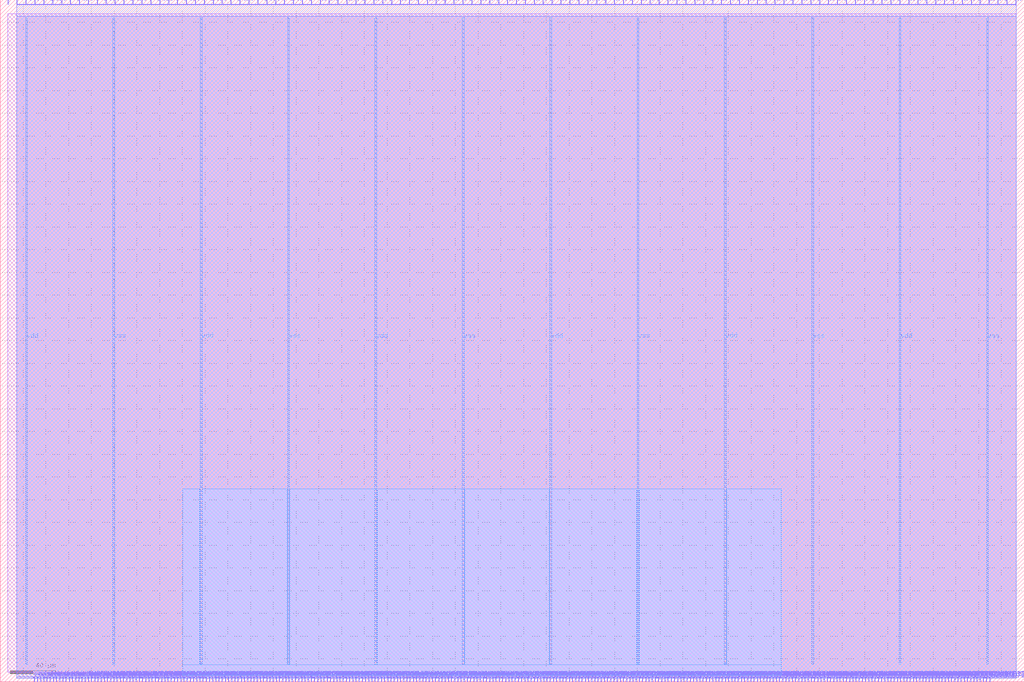
<source format=lef>
VERSION 5.7 ;
  NOWIREEXTENSIONATPIN ON ;
  DIVIDERCHAR "/" ;
  BUSBITCHARS "[]" ;
MACRO user_proj_example
  CLASS BLOCK ;
  FOREIGN user_proj_example ;
  ORIGIN 0.000 0.000 ;
  SIZE 900.000 BY 600.000 ;
  PIN io_in[0]
    DIRECTION INPUT ;
    USE SIGNAL ;
    PORT
      LAYER Metal2 ;
        RECT 6.720 596.000 7.280 600.000 ;
    END
  END io_in[0]
  PIN io_in[10]
    DIRECTION INPUT ;
    USE SIGNAL ;
    PORT
      LAYER Metal2 ;
        RECT 241.920 596.000 242.480 600.000 ;
    END
  END io_in[10]
  PIN io_in[11]
    DIRECTION INPUT ;
    USE SIGNAL ;
    PORT
      LAYER Metal2 ;
        RECT 265.440 596.000 266.000 600.000 ;
    END
  END io_in[11]
  PIN io_in[12]
    DIRECTION INPUT ;
    USE SIGNAL ;
    PORT
      LAYER Metal2 ;
        RECT 288.960 596.000 289.520 600.000 ;
    END
  END io_in[12]
  PIN io_in[13]
    DIRECTION INPUT ;
    USE SIGNAL ;
    PORT
      LAYER Metal2 ;
        RECT 312.480 596.000 313.040 600.000 ;
    END
  END io_in[13]
  PIN io_in[14]
    DIRECTION INPUT ;
    USE SIGNAL ;
    PORT
      LAYER Metal2 ;
        RECT 336.000 596.000 336.560 600.000 ;
    END
  END io_in[14]
  PIN io_in[15]
    DIRECTION INPUT ;
    USE SIGNAL ;
    PORT
      LAYER Metal2 ;
        RECT 359.520 596.000 360.080 600.000 ;
    END
  END io_in[15]
  PIN io_in[16]
    DIRECTION INPUT ;
    USE SIGNAL ;
    PORT
      LAYER Metal2 ;
        RECT 383.040 596.000 383.600 600.000 ;
    END
  END io_in[16]
  PIN io_in[17]
    DIRECTION INPUT ;
    USE SIGNAL ;
    PORT
      LAYER Metal2 ;
        RECT 406.560 596.000 407.120 600.000 ;
    END
  END io_in[17]
  PIN io_in[18]
    DIRECTION INPUT ;
    USE SIGNAL ;
    PORT
      LAYER Metal2 ;
        RECT 430.080 596.000 430.640 600.000 ;
    END
  END io_in[18]
  PIN io_in[19]
    DIRECTION INPUT ;
    USE SIGNAL ;
    PORT
      LAYER Metal2 ;
        RECT 453.600 596.000 454.160 600.000 ;
    END
  END io_in[19]
  PIN io_in[1]
    DIRECTION INPUT ;
    USE SIGNAL ;
    PORT
      LAYER Metal2 ;
        RECT 30.240 596.000 30.800 600.000 ;
    END
  END io_in[1]
  PIN io_in[20]
    DIRECTION INPUT ;
    USE SIGNAL ;
    PORT
      LAYER Metal2 ;
        RECT 477.120 596.000 477.680 600.000 ;
    END
  END io_in[20]
  PIN io_in[21]
    DIRECTION INPUT ;
    USE SIGNAL ;
    PORT
      LAYER Metal2 ;
        RECT 500.640 596.000 501.200 600.000 ;
    END
  END io_in[21]
  PIN io_in[22]
    DIRECTION INPUT ;
    USE SIGNAL ;
    PORT
      LAYER Metal2 ;
        RECT 524.160 596.000 524.720 600.000 ;
    END
  END io_in[22]
  PIN io_in[23]
    DIRECTION INPUT ;
    USE SIGNAL ;
    PORT
      LAYER Metal2 ;
        RECT 547.680 596.000 548.240 600.000 ;
    END
  END io_in[23]
  PIN io_in[24]
    DIRECTION INPUT ;
    USE SIGNAL ;
    PORT
      LAYER Metal2 ;
        RECT 571.200 596.000 571.760 600.000 ;
    END
  END io_in[24]
  PIN io_in[25]
    DIRECTION INPUT ;
    USE SIGNAL ;
    PORT
      LAYER Metal2 ;
        RECT 594.720 596.000 595.280 600.000 ;
    END
  END io_in[25]
  PIN io_in[26]
    DIRECTION INPUT ;
    USE SIGNAL ;
    PORT
      LAYER Metal2 ;
        RECT 618.240 596.000 618.800 600.000 ;
    END
  END io_in[26]
  PIN io_in[27]
    DIRECTION INPUT ;
    USE SIGNAL ;
    PORT
      LAYER Metal2 ;
        RECT 641.760 596.000 642.320 600.000 ;
    END
  END io_in[27]
  PIN io_in[28]
    DIRECTION INPUT ;
    USE SIGNAL ;
    PORT
      LAYER Metal2 ;
        RECT 665.280 596.000 665.840 600.000 ;
    END
  END io_in[28]
  PIN io_in[29]
    DIRECTION INPUT ;
    USE SIGNAL ;
    PORT
      LAYER Metal2 ;
        RECT 688.800 596.000 689.360 600.000 ;
    END
  END io_in[29]
  PIN io_in[2]
    DIRECTION INPUT ;
    USE SIGNAL ;
    PORT
      LAYER Metal2 ;
        RECT 53.760 596.000 54.320 600.000 ;
    END
  END io_in[2]
  PIN io_in[30]
    DIRECTION INPUT ;
    USE SIGNAL ;
    PORT
      LAYER Metal2 ;
        RECT 712.320 596.000 712.880 600.000 ;
    END
  END io_in[30]
  PIN io_in[31]
    DIRECTION INPUT ;
    USE SIGNAL ;
    PORT
      LAYER Metal2 ;
        RECT 735.840 596.000 736.400 600.000 ;
    END
  END io_in[31]
  PIN io_in[32]
    DIRECTION INPUT ;
    USE SIGNAL ;
    PORT
      LAYER Metal2 ;
        RECT 759.360 596.000 759.920 600.000 ;
    END
  END io_in[32]
  PIN io_in[33]
    DIRECTION INPUT ;
    USE SIGNAL ;
    PORT
      LAYER Metal2 ;
        RECT 782.880 596.000 783.440 600.000 ;
    END
  END io_in[33]
  PIN io_in[34]
    DIRECTION INPUT ;
    USE SIGNAL ;
    PORT
      LAYER Metal2 ;
        RECT 806.400 596.000 806.960 600.000 ;
    END
  END io_in[34]
  PIN io_in[35]
    DIRECTION INPUT ;
    USE SIGNAL ;
    PORT
      LAYER Metal2 ;
        RECT 829.920 596.000 830.480 600.000 ;
    END
  END io_in[35]
  PIN io_in[36]
    DIRECTION INPUT ;
    USE SIGNAL ;
    PORT
      LAYER Metal2 ;
        RECT 853.440 596.000 854.000 600.000 ;
    END
  END io_in[36]
  PIN io_in[37]
    DIRECTION INPUT ;
    USE SIGNAL ;
    PORT
      LAYER Metal2 ;
        RECT 876.960 596.000 877.520 600.000 ;
    END
  END io_in[37]
  PIN io_in[3]
    DIRECTION INPUT ;
    USE SIGNAL ;
    PORT
      LAYER Metal2 ;
        RECT 77.280 596.000 77.840 600.000 ;
    END
  END io_in[3]
  PIN io_in[4]
    DIRECTION INPUT ;
    USE SIGNAL ;
    PORT
      LAYER Metal2 ;
        RECT 100.800 596.000 101.360 600.000 ;
    END
  END io_in[4]
  PIN io_in[5]
    DIRECTION INPUT ;
    USE SIGNAL ;
    PORT
      LAYER Metal2 ;
        RECT 124.320 596.000 124.880 600.000 ;
    END
  END io_in[5]
  PIN io_in[6]
    DIRECTION INPUT ;
    USE SIGNAL ;
    PORT
      LAYER Metal2 ;
        RECT 147.840 596.000 148.400 600.000 ;
    END
  END io_in[6]
  PIN io_in[7]
    DIRECTION INPUT ;
    USE SIGNAL ;
    PORT
      LAYER Metal2 ;
        RECT 171.360 596.000 171.920 600.000 ;
    END
  END io_in[7]
  PIN io_in[8]
    DIRECTION INPUT ;
    USE SIGNAL ;
    PORT
      LAYER Metal2 ;
        RECT 194.880 596.000 195.440 600.000 ;
    END
  END io_in[8]
  PIN io_in[9]
    DIRECTION INPUT ;
    USE SIGNAL ;
    PORT
      LAYER Metal2 ;
        RECT 218.400 596.000 218.960 600.000 ;
    END
  END io_in[9]
  PIN io_oeb[0]
    DIRECTION OUTPUT TRISTATE ;
    USE SIGNAL ;
    PORT
      LAYER Metal2 ;
        RECT 14.560 596.000 15.120 600.000 ;
    END
  END io_oeb[0]
  PIN io_oeb[10]
    DIRECTION OUTPUT TRISTATE ;
    USE SIGNAL ;
    PORT
      LAYER Metal2 ;
        RECT 249.760 596.000 250.320 600.000 ;
    END
  END io_oeb[10]
  PIN io_oeb[11]
    DIRECTION OUTPUT TRISTATE ;
    USE SIGNAL ;
    PORT
      LAYER Metal2 ;
        RECT 273.280 596.000 273.840 600.000 ;
    END
  END io_oeb[11]
  PIN io_oeb[12]
    DIRECTION OUTPUT TRISTATE ;
    USE SIGNAL ;
    PORT
      LAYER Metal2 ;
        RECT 296.800 596.000 297.360 600.000 ;
    END
  END io_oeb[12]
  PIN io_oeb[13]
    DIRECTION OUTPUT TRISTATE ;
    USE SIGNAL ;
    PORT
      LAYER Metal2 ;
        RECT 320.320 596.000 320.880 600.000 ;
    END
  END io_oeb[13]
  PIN io_oeb[14]
    DIRECTION OUTPUT TRISTATE ;
    USE SIGNAL ;
    PORT
      LAYER Metal2 ;
        RECT 343.840 596.000 344.400 600.000 ;
    END
  END io_oeb[14]
  PIN io_oeb[15]
    DIRECTION OUTPUT TRISTATE ;
    USE SIGNAL ;
    PORT
      LAYER Metal2 ;
        RECT 367.360 596.000 367.920 600.000 ;
    END
  END io_oeb[15]
  PIN io_oeb[16]
    DIRECTION OUTPUT TRISTATE ;
    USE SIGNAL ;
    PORT
      LAYER Metal2 ;
        RECT 390.880 596.000 391.440 600.000 ;
    END
  END io_oeb[16]
  PIN io_oeb[17]
    DIRECTION OUTPUT TRISTATE ;
    USE SIGNAL ;
    PORT
      LAYER Metal2 ;
        RECT 414.400 596.000 414.960 600.000 ;
    END
  END io_oeb[17]
  PIN io_oeb[18]
    DIRECTION OUTPUT TRISTATE ;
    USE SIGNAL ;
    PORT
      LAYER Metal2 ;
        RECT 437.920 596.000 438.480 600.000 ;
    END
  END io_oeb[18]
  PIN io_oeb[19]
    DIRECTION OUTPUT TRISTATE ;
    USE SIGNAL ;
    PORT
      LAYER Metal2 ;
        RECT 461.440 596.000 462.000 600.000 ;
    END
  END io_oeb[19]
  PIN io_oeb[1]
    DIRECTION OUTPUT TRISTATE ;
    USE SIGNAL ;
    PORT
      LAYER Metal2 ;
        RECT 38.080 596.000 38.640 600.000 ;
    END
  END io_oeb[1]
  PIN io_oeb[20]
    DIRECTION OUTPUT TRISTATE ;
    USE SIGNAL ;
    PORT
      LAYER Metal2 ;
        RECT 484.960 596.000 485.520 600.000 ;
    END
  END io_oeb[20]
  PIN io_oeb[21]
    DIRECTION OUTPUT TRISTATE ;
    USE SIGNAL ;
    PORT
      LAYER Metal2 ;
        RECT 508.480 596.000 509.040 600.000 ;
    END
  END io_oeb[21]
  PIN io_oeb[22]
    DIRECTION OUTPUT TRISTATE ;
    USE SIGNAL ;
    PORT
      LAYER Metal2 ;
        RECT 532.000 596.000 532.560 600.000 ;
    END
  END io_oeb[22]
  PIN io_oeb[23]
    DIRECTION OUTPUT TRISTATE ;
    USE SIGNAL ;
    PORT
      LAYER Metal2 ;
        RECT 555.520 596.000 556.080 600.000 ;
    END
  END io_oeb[23]
  PIN io_oeb[24]
    DIRECTION OUTPUT TRISTATE ;
    USE SIGNAL ;
    PORT
      LAYER Metal2 ;
        RECT 579.040 596.000 579.600 600.000 ;
    END
  END io_oeb[24]
  PIN io_oeb[25]
    DIRECTION OUTPUT TRISTATE ;
    USE SIGNAL ;
    PORT
      LAYER Metal2 ;
        RECT 602.560 596.000 603.120 600.000 ;
    END
  END io_oeb[25]
  PIN io_oeb[26]
    DIRECTION OUTPUT TRISTATE ;
    USE SIGNAL ;
    PORT
      LAYER Metal2 ;
        RECT 626.080 596.000 626.640 600.000 ;
    END
  END io_oeb[26]
  PIN io_oeb[27]
    DIRECTION OUTPUT TRISTATE ;
    USE SIGNAL ;
    PORT
      LAYER Metal2 ;
        RECT 649.600 596.000 650.160 600.000 ;
    END
  END io_oeb[27]
  PIN io_oeb[28]
    DIRECTION OUTPUT TRISTATE ;
    USE SIGNAL ;
    PORT
      LAYER Metal2 ;
        RECT 673.120 596.000 673.680 600.000 ;
    END
  END io_oeb[28]
  PIN io_oeb[29]
    DIRECTION OUTPUT TRISTATE ;
    USE SIGNAL ;
    PORT
      LAYER Metal2 ;
        RECT 696.640 596.000 697.200 600.000 ;
    END
  END io_oeb[29]
  PIN io_oeb[2]
    DIRECTION OUTPUT TRISTATE ;
    USE SIGNAL ;
    PORT
      LAYER Metal2 ;
        RECT 61.600 596.000 62.160 600.000 ;
    END
  END io_oeb[2]
  PIN io_oeb[30]
    DIRECTION OUTPUT TRISTATE ;
    USE SIGNAL ;
    PORT
      LAYER Metal2 ;
        RECT 720.160 596.000 720.720 600.000 ;
    END
  END io_oeb[30]
  PIN io_oeb[31]
    DIRECTION OUTPUT TRISTATE ;
    USE SIGNAL ;
    PORT
      LAYER Metal2 ;
        RECT 743.680 596.000 744.240 600.000 ;
    END
  END io_oeb[31]
  PIN io_oeb[32]
    DIRECTION OUTPUT TRISTATE ;
    USE SIGNAL ;
    PORT
      LAYER Metal2 ;
        RECT 767.200 596.000 767.760 600.000 ;
    END
  END io_oeb[32]
  PIN io_oeb[33]
    DIRECTION OUTPUT TRISTATE ;
    USE SIGNAL ;
    PORT
      LAYER Metal2 ;
        RECT 790.720 596.000 791.280 600.000 ;
    END
  END io_oeb[33]
  PIN io_oeb[34]
    DIRECTION OUTPUT TRISTATE ;
    USE SIGNAL ;
    PORT
      LAYER Metal2 ;
        RECT 814.240 596.000 814.800 600.000 ;
    END
  END io_oeb[34]
  PIN io_oeb[35]
    DIRECTION OUTPUT TRISTATE ;
    USE SIGNAL ;
    PORT
      LAYER Metal2 ;
        RECT 837.760 596.000 838.320 600.000 ;
    END
  END io_oeb[35]
  PIN io_oeb[36]
    DIRECTION OUTPUT TRISTATE ;
    USE SIGNAL ;
    PORT
      LAYER Metal2 ;
        RECT 861.280 596.000 861.840 600.000 ;
    END
  END io_oeb[36]
  PIN io_oeb[37]
    DIRECTION OUTPUT TRISTATE ;
    USE SIGNAL ;
    PORT
      LAYER Metal2 ;
        RECT 884.800 596.000 885.360 600.000 ;
    END
  END io_oeb[37]
  PIN io_oeb[3]
    DIRECTION OUTPUT TRISTATE ;
    USE SIGNAL ;
    PORT
      LAYER Metal2 ;
        RECT 85.120 596.000 85.680 600.000 ;
    END
  END io_oeb[3]
  PIN io_oeb[4]
    DIRECTION OUTPUT TRISTATE ;
    USE SIGNAL ;
    PORT
      LAYER Metal2 ;
        RECT 108.640 596.000 109.200 600.000 ;
    END
  END io_oeb[4]
  PIN io_oeb[5]
    DIRECTION OUTPUT TRISTATE ;
    USE SIGNAL ;
    PORT
      LAYER Metal2 ;
        RECT 132.160 596.000 132.720 600.000 ;
    END
  END io_oeb[5]
  PIN io_oeb[6]
    DIRECTION OUTPUT TRISTATE ;
    USE SIGNAL ;
    PORT
      LAYER Metal2 ;
        RECT 155.680 596.000 156.240 600.000 ;
    END
  END io_oeb[6]
  PIN io_oeb[7]
    DIRECTION OUTPUT TRISTATE ;
    USE SIGNAL ;
    PORT
      LAYER Metal2 ;
        RECT 179.200 596.000 179.760 600.000 ;
    END
  END io_oeb[7]
  PIN io_oeb[8]
    DIRECTION OUTPUT TRISTATE ;
    USE SIGNAL ;
    PORT
      LAYER Metal2 ;
        RECT 202.720 596.000 203.280 600.000 ;
    END
  END io_oeb[8]
  PIN io_oeb[9]
    DIRECTION OUTPUT TRISTATE ;
    USE SIGNAL ;
    PORT
      LAYER Metal2 ;
        RECT 226.240 596.000 226.800 600.000 ;
    END
  END io_oeb[9]
  PIN io_out[0]
    DIRECTION OUTPUT TRISTATE ;
    USE SIGNAL ;
    PORT
      LAYER Metal2 ;
        RECT 22.400 596.000 22.960 600.000 ;
    END
  END io_out[0]
  PIN io_out[10]
    DIRECTION OUTPUT TRISTATE ;
    USE SIGNAL ;
    PORT
      LAYER Metal2 ;
        RECT 257.600 596.000 258.160 600.000 ;
    END
  END io_out[10]
  PIN io_out[11]
    DIRECTION OUTPUT TRISTATE ;
    USE SIGNAL ;
    PORT
      LAYER Metal2 ;
        RECT 281.120 596.000 281.680 600.000 ;
    END
  END io_out[11]
  PIN io_out[12]
    DIRECTION OUTPUT TRISTATE ;
    USE SIGNAL ;
    PORT
      LAYER Metal2 ;
        RECT 304.640 596.000 305.200 600.000 ;
    END
  END io_out[12]
  PIN io_out[13]
    DIRECTION OUTPUT TRISTATE ;
    USE SIGNAL ;
    PORT
      LAYER Metal2 ;
        RECT 328.160 596.000 328.720 600.000 ;
    END
  END io_out[13]
  PIN io_out[14]
    DIRECTION OUTPUT TRISTATE ;
    USE SIGNAL ;
    PORT
      LAYER Metal2 ;
        RECT 351.680 596.000 352.240 600.000 ;
    END
  END io_out[14]
  PIN io_out[15]
    DIRECTION OUTPUT TRISTATE ;
    USE SIGNAL ;
    PORT
      LAYER Metal2 ;
        RECT 375.200 596.000 375.760 600.000 ;
    END
  END io_out[15]
  PIN io_out[16]
    DIRECTION OUTPUT TRISTATE ;
    USE SIGNAL ;
    PORT
      LAYER Metal2 ;
        RECT 398.720 596.000 399.280 600.000 ;
    END
  END io_out[16]
  PIN io_out[17]
    DIRECTION OUTPUT TRISTATE ;
    USE SIGNAL ;
    PORT
      LAYER Metal2 ;
        RECT 422.240 596.000 422.800 600.000 ;
    END
  END io_out[17]
  PIN io_out[18]
    DIRECTION OUTPUT TRISTATE ;
    USE SIGNAL ;
    PORT
      LAYER Metal2 ;
        RECT 445.760 596.000 446.320 600.000 ;
    END
  END io_out[18]
  PIN io_out[19]
    DIRECTION OUTPUT TRISTATE ;
    USE SIGNAL ;
    PORT
      LAYER Metal2 ;
        RECT 469.280 596.000 469.840 600.000 ;
    END
  END io_out[19]
  PIN io_out[1]
    DIRECTION OUTPUT TRISTATE ;
    USE SIGNAL ;
    PORT
      LAYER Metal2 ;
        RECT 45.920 596.000 46.480 600.000 ;
    END
  END io_out[1]
  PIN io_out[20]
    DIRECTION OUTPUT TRISTATE ;
    USE SIGNAL ;
    PORT
      LAYER Metal2 ;
        RECT 492.800 596.000 493.360 600.000 ;
    END
  END io_out[20]
  PIN io_out[21]
    DIRECTION OUTPUT TRISTATE ;
    USE SIGNAL ;
    PORT
      LAYER Metal2 ;
        RECT 516.320 596.000 516.880 600.000 ;
    END
  END io_out[21]
  PIN io_out[22]
    DIRECTION OUTPUT TRISTATE ;
    USE SIGNAL ;
    PORT
      LAYER Metal2 ;
        RECT 539.840 596.000 540.400 600.000 ;
    END
  END io_out[22]
  PIN io_out[23]
    DIRECTION OUTPUT TRISTATE ;
    USE SIGNAL ;
    PORT
      LAYER Metal2 ;
        RECT 563.360 596.000 563.920 600.000 ;
    END
  END io_out[23]
  PIN io_out[24]
    DIRECTION OUTPUT TRISTATE ;
    USE SIGNAL ;
    PORT
      LAYER Metal2 ;
        RECT 586.880 596.000 587.440 600.000 ;
    END
  END io_out[24]
  PIN io_out[25]
    DIRECTION OUTPUT TRISTATE ;
    USE SIGNAL ;
    PORT
      LAYER Metal2 ;
        RECT 610.400 596.000 610.960 600.000 ;
    END
  END io_out[25]
  PIN io_out[26]
    DIRECTION OUTPUT TRISTATE ;
    USE SIGNAL ;
    PORT
      LAYER Metal2 ;
        RECT 633.920 596.000 634.480 600.000 ;
    END
  END io_out[26]
  PIN io_out[27]
    DIRECTION OUTPUT TRISTATE ;
    USE SIGNAL ;
    PORT
      LAYER Metal2 ;
        RECT 657.440 596.000 658.000 600.000 ;
    END
  END io_out[27]
  PIN io_out[28]
    DIRECTION OUTPUT TRISTATE ;
    USE SIGNAL ;
    PORT
      LAYER Metal2 ;
        RECT 680.960 596.000 681.520 600.000 ;
    END
  END io_out[28]
  PIN io_out[29]
    DIRECTION OUTPUT TRISTATE ;
    USE SIGNAL ;
    PORT
      LAYER Metal2 ;
        RECT 704.480 596.000 705.040 600.000 ;
    END
  END io_out[29]
  PIN io_out[2]
    DIRECTION OUTPUT TRISTATE ;
    USE SIGNAL ;
    PORT
      LAYER Metal2 ;
        RECT 69.440 596.000 70.000 600.000 ;
    END
  END io_out[2]
  PIN io_out[30]
    DIRECTION OUTPUT TRISTATE ;
    USE SIGNAL ;
    PORT
      LAYER Metal2 ;
        RECT 728.000 596.000 728.560 600.000 ;
    END
  END io_out[30]
  PIN io_out[31]
    DIRECTION OUTPUT TRISTATE ;
    USE SIGNAL ;
    PORT
      LAYER Metal2 ;
        RECT 751.520 596.000 752.080 600.000 ;
    END
  END io_out[31]
  PIN io_out[32]
    DIRECTION OUTPUT TRISTATE ;
    USE SIGNAL ;
    PORT
      LAYER Metal2 ;
        RECT 775.040 596.000 775.600 600.000 ;
    END
  END io_out[32]
  PIN io_out[33]
    DIRECTION OUTPUT TRISTATE ;
    USE SIGNAL ;
    PORT
      LAYER Metal2 ;
        RECT 798.560 596.000 799.120 600.000 ;
    END
  END io_out[33]
  PIN io_out[34]
    DIRECTION OUTPUT TRISTATE ;
    USE SIGNAL ;
    PORT
      LAYER Metal2 ;
        RECT 822.080 596.000 822.640 600.000 ;
    END
  END io_out[34]
  PIN io_out[35]
    DIRECTION OUTPUT TRISTATE ;
    USE SIGNAL ;
    PORT
      LAYER Metal2 ;
        RECT 845.600 596.000 846.160 600.000 ;
    END
  END io_out[35]
  PIN io_out[36]
    DIRECTION OUTPUT TRISTATE ;
    USE SIGNAL ;
    PORT
      LAYER Metal2 ;
        RECT 869.120 596.000 869.680 600.000 ;
    END
  END io_out[36]
  PIN io_out[37]
    DIRECTION OUTPUT TRISTATE ;
    USE SIGNAL ;
    PORT
      LAYER Metal2 ;
        RECT 892.640 596.000 893.200 600.000 ;
    END
  END io_out[37]
  PIN io_out[3]
    DIRECTION OUTPUT TRISTATE ;
    USE SIGNAL ;
    PORT
      LAYER Metal2 ;
        RECT 92.960 596.000 93.520 600.000 ;
    END
  END io_out[3]
  PIN io_out[4]
    DIRECTION OUTPUT TRISTATE ;
    USE SIGNAL ;
    PORT
      LAYER Metal2 ;
        RECT 116.480 596.000 117.040 600.000 ;
    END
  END io_out[4]
  PIN io_out[5]
    DIRECTION OUTPUT TRISTATE ;
    USE SIGNAL ;
    PORT
      LAYER Metal2 ;
        RECT 140.000 596.000 140.560 600.000 ;
    END
  END io_out[5]
  PIN io_out[6]
    DIRECTION OUTPUT TRISTATE ;
    USE SIGNAL ;
    PORT
      LAYER Metal2 ;
        RECT 163.520 596.000 164.080 600.000 ;
    END
  END io_out[6]
  PIN io_out[7]
    DIRECTION OUTPUT TRISTATE ;
    USE SIGNAL ;
    PORT
      LAYER Metal2 ;
        RECT 187.040 596.000 187.600 600.000 ;
    END
  END io_out[7]
  PIN io_out[8]
    DIRECTION OUTPUT TRISTATE ;
    USE SIGNAL ;
    PORT
      LAYER Metal2 ;
        RECT 210.560 596.000 211.120 600.000 ;
    END
  END io_out[8]
  PIN io_out[9]
    DIRECTION OUTPUT TRISTATE ;
    USE SIGNAL ;
    PORT
      LAYER Metal2 ;
        RECT 234.080 596.000 234.640 600.000 ;
    END
  END io_out[9]
  PIN irq[0]
    DIRECTION OUTPUT TRISTATE ;
    USE SIGNAL ;
    PORT
      LAYER Metal2 ;
        RECT 864.080 0.000 864.640 4.000 ;
    END
  END irq[0]
  PIN irq[1]
    DIRECTION OUTPUT TRISTATE ;
    USE SIGNAL ;
    PORT
      LAYER Metal2 ;
        RECT 866.880 0.000 867.440 4.000 ;
    END
  END irq[1]
  PIN irq[2]
    DIRECTION OUTPUT TRISTATE ;
    USE SIGNAL ;
    PORT
      LAYER Metal2 ;
        RECT 869.680 0.000 870.240 4.000 ;
    END
  END irq[2]
  PIN la_data_in[0]
    DIRECTION INPUT ;
    USE SIGNAL ;
    PORT
      LAYER Metal2 ;
        RECT 326.480 0.000 327.040 4.000 ;
    END
  END la_data_in[0]
  PIN la_data_in[10]
    DIRECTION INPUT ;
    USE SIGNAL ;
    PORT
      LAYER Metal2 ;
        RECT 410.480 0.000 411.040 4.000 ;
    END
  END la_data_in[10]
  PIN la_data_in[11]
    DIRECTION INPUT ;
    USE SIGNAL ;
    PORT
      LAYER Metal2 ;
        RECT 418.880 0.000 419.440 4.000 ;
    END
  END la_data_in[11]
  PIN la_data_in[12]
    DIRECTION INPUT ;
    USE SIGNAL ;
    PORT
      LAYER Metal2 ;
        RECT 427.280 0.000 427.840 4.000 ;
    END
  END la_data_in[12]
  PIN la_data_in[13]
    DIRECTION INPUT ;
    USE SIGNAL ;
    PORT
      LAYER Metal2 ;
        RECT 435.680 0.000 436.240 4.000 ;
    END
  END la_data_in[13]
  PIN la_data_in[14]
    DIRECTION INPUT ;
    USE SIGNAL ;
    PORT
      LAYER Metal2 ;
        RECT 444.080 0.000 444.640 4.000 ;
    END
  END la_data_in[14]
  PIN la_data_in[15]
    DIRECTION INPUT ;
    USE SIGNAL ;
    PORT
      LAYER Metal2 ;
        RECT 452.480 0.000 453.040 4.000 ;
    END
  END la_data_in[15]
  PIN la_data_in[16]
    DIRECTION INPUT ;
    USE SIGNAL ;
    PORT
      LAYER Metal2 ;
        RECT 460.880 0.000 461.440 4.000 ;
    END
  END la_data_in[16]
  PIN la_data_in[17]
    DIRECTION INPUT ;
    USE SIGNAL ;
    PORT
      LAYER Metal2 ;
        RECT 469.280 0.000 469.840 4.000 ;
    END
  END la_data_in[17]
  PIN la_data_in[18]
    DIRECTION INPUT ;
    USE SIGNAL ;
    PORT
      LAYER Metal2 ;
        RECT 477.680 0.000 478.240 4.000 ;
    END
  END la_data_in[18]
  PIN la_data_in[19]
    DIRECTION INPUT ;
    USE SIGNAL ;
    PORT
      LAYER Metal2 ;
        RECT 486.080 0.000 486.640 4.000 ;
    END
  END la_data_in[19]
  PIN la_data_in[1]
    DIRECTION INPUT ;
    USE SIGNAL ;
    PORT
      LAYER Metal2 ;
        RECT 334.880 0.000 335.440 4.000 ;
    END
  END la_data_in[1]
  PIN la_data_in[20]
    DIRECTION INPUT ;
    USE SIGNAL ;
    PORT
      LAYER Metal2 ;
        RECT 494.480 0.000 495.040 4.000 ;
    END
  END la_data_in[20]
  PIN la_data_in[21]
    DIRECTION INPUT ;
    USE SIGNAL ;
    PORT
      LAYER Metal2 ;
        RECT 502.880 0.000 503.440 4.000 ;
    END
  END la_data_in[21]
  PIN la_data_in[22]
    DIRECTION INPUT ;
    USE SIGNAL ;
    PORT
      LAYER Metal2 ;
        RECT 511.280 0.000 511.840 4.000 ;
    END
  END la_data_in[22]
  PIN la_data_in[23]
    DIRECTION INPUT ;
    USE SIGNAL ;
    PORT
      LAYER Metal2 ;
        RECT 519.680 0.000 520.240 4.000 ;
    END
  END la_data_in[23]
  PIN la_data_in[24]
    DIRECTION INPUT ;
    USE SIGNAL ;
    PORT
      LAYER Metal2 ;
        RECT 528.080 0.000 528.640 4.000 ;
    END
  END la_data_in[24]
  PIN la_data_in[25]
    DIRECTION INPUT ;
    USE SIGNAL ;
    PORT
      LAYER Metal2 ;
        RECT 536.480 0.000 537.040 4.000 ;
    END
  END la_data_in[25]
  PIN la_data_in[26]
    DIRECTION INPUT ;
    USE SIGNAL ;
    PORT
      LAYER Metal2 ;
        RECT 544.880 0.000 545.440 4.000 ;
    END
  END la_data_in[26]
  PIN la_data_in[27]
    DIRECTION INPUT ;
    USE SIGNAL ;
    PORT
      LAYER Metal2 ;
        RECT 553.280 0.000 553.840 4.000 ;
    END
  END la_data_in[27]
  PIN la_data_in[28]
    DIRECTION INPUT ;
    USE SIGNAL ;
    PORT
      LAYER Metal2 ;
        RECT 561.680 0.000 562.240 4.000 ;
    END
  END la_data_in[28]
  PIN la_data_in[29]
    DIRECTION INPUT ;
    USE SIGNAL ;
    PORT
      LAYER Metal2 ;
        RECT 570.080 0.000 570.640 4.000 ;
    END
  END la_data_in[29]
  PIN la_data_in[2]
    DIRECTION INPUT ;
    USE SIGNAL ;
    PORT
      LAYER Metal2 ;
        RECT 343.280 0.000 343.840 4.000 ;
    END
  END la_data_in[2]
  PIN la_data_in[30]
    DIRECTION INPUT ;
    USE SIGNAL ;
    PORT
      LAYER Metal2 ;
        RECT 578.480 0.000 579.040 4.000 ;
    END
  END la_data_in[30]
  PIN la_data_in[31]
    DIRECTION INPUT ;
    USE SIGNAL ;
    PORT
      LAYER Metal2 ;
        RECT 586.880 0.000 587.440 4.000 ;
    END
  END la_data_in[31]
  PIN la_data_in[32]
    DIRECTION INPUT ;
    USE SIGNAL ;
    PORT
      LAYER Metal2 ;
        RECT 595.280 0.000 595.840 4.000 ;
    END
  END la_data_in[32]
  PIN la_data_in[33]
    DIRECTION INPUT ;
    USE SIGNAL ;
    PORT
      LAYER Metal2 ;
        RECT 603.680 0.000 604.240 4.000 ;
    END
  END la_data_in[33]
  PIN la_data_in[34]
    DIRECTION INPUT ;
    USE SIGNAL ;
    PORT
      LAYER Metal2 ;
        RECT 612.080 0.000 612.640 4.000 ;
    END
  END la_data_in[34]
  PIN la_data_in[35]
    DIRECTION INPUT ;
    USE SIGNAL ;
    PORT
      LAYER Metal2 ;
        RECT 620.480 0.000 621.040 4.000 ;
    END
  END la_data_in[35]
  PIN la_data_in[36]
    DIRECTION INPUT ;
    USE SIGNAL ;
    PORT
      LAYER Metal2 ;
        RECT 628.880 0.000 629.440 4.000 ;
    END
  END la_data_in[36]
  PIN la_data_in[37]
    DIRECTION INPUT ;
    USE SIGNAL ;
    PORT
      LAYER Metal2 ;
        RECT 637.280 0.000 637.840 4.000 ;
    END
  END la_data_in[37]
  PIN la_data_in[38]
    DIRECTION INPUT ;
    USE SIGNAL ;
    PORT
      LAYER Metal2 ;
        RECT 645.680 0.000 646.240 4.000 ;
    END
  END la_data_in[38]
  PIN la_data_in[39]
    DIRECTION INPUT ;
    USE SIGNAL ;
    PORT
      LAYER Metal2 ;
        RECT 654.080 0.000 654.640 4.000 ;
    END
  END la_data_in[39]
  PIN la_data_in[3]
    DIRECTION INPUT ;
    USE SIGNAL ;
    PORT
      LAYER Metal2 ;
        RECT 351.680 0.000 352.240 4.000 ;
    END
  END la_data_in[3]
  PIN la_data_in[40]
    DIRECTION INPUT ;
    USE SIGNAL ;
    PORT
      LAYER Metal2 ;
        RECT 662.480 0.000 663.040 4.000 ;
    END
  END la_data_in[40]
  PIN la_data_in[41]
    DIRECTION INPUT ;
    USE SIGNAL ;
    PORT
      LAYER Metal2 ;
        RECT 670.880 0.000 671.440 4.000 ;
    END
  END la_data_in[41]
  PIN la_data_in[42]
    DIRECTION INPUT ;
    USE SIGNAL ;
    PORT
      LAYER Metal2 ;
        RECT 679.280 0.000 679.840 4.000 ;
    END
  END la_data_in[42]
  PIN la_data_in[43]
    DIRECTION INPUT ;
    USE SIGNAL ;
    PORT
      LAYER Metal2 ;
        RECT 687.680 0.000 688.240 4.000 ;
    END
  END la_data_in[43]
  PIN la_data_in[44]
    DIRECTION INPUT ;
    USE SIGNAL ;
    PORT
      LAYER Metal2 ;
        RECT 696.080 0.000 696.640 4.000 ;
    END
  END la_data_in[44]
  PIN la_data_in[45]
    DIRECTION INPUT ;
    USE SIGNAL ;
    PORT
      LAYER Metal2 ;
        RECT 704.480 0.000 705.040 4.000 ;
    END
  END la_data_in[45]
  PIN la_data_in[46]
    DIRECTION INPUT ;
    USE SIGNAL ;
    PORT
      LAYER Metal2 ;
        RECT 712.880 0.000 713.440 4.000 ;
    END
  END la_data_in[46]
  PIN la_data_in[47]
    DIRECTION INPUT ;
    USE SIGNAL ;
    PORT
      LAYER Metal2 ;
        RECT 721.280 0.000 721.840 4.000 ;
    END
  END la_data_in[47]
  PIN la_data_in[48]
    DIRECTION INPUT ;
    USE SIGNAL ;
    PORT
      LAYER Metal2 ;
        RECT 729.680 0.000 730.240 4.000 ;
    END
  END la_data_in[48]
  PIN la_data_in[49]
    DIRECTION INPUT ;
    USE SIGNAL ;
    PORT
      LAYER Metal2 ;
        RECT 738.080 0.000 738.640 4.000 ;
    END
  END la_data_in[49]
  PIN la_data_in[4]
    DIRECTION INPUT ;
    USE SIGNAL ;
    PORT
      LAYER Metal2 ;
        RECT 360.080 0.000 360.640 4.000 ;
    END
  END la_data_in[4]
  PIN la_data_in[50]
    DIRECTION INPUT ;
    USE SIGNAL ;
    PORT
      LAYER Metal2 ;
        RECT 746.480 0.000 747.040 4.000 ;
    END
  END la_data_in[50]
  PIN la_data_in[51]
    DIRECTION INPUT ;
    USE SIGNAL ;
    PORT
      LAYER Metal2 ;
        RECT 754.880 0.000 755.440 4.000 ;
    END
  END la_data_in[51]
  PIN la_data_in[52]
    DIRECTION INPUT ;
    USE SIGNAL ;
    PORT
      LAYER Metal2 ;
        RECT 763.280 0.000 763.840 4.000 ;
    END
  END la_data_in[52]
  PIN la_data_in[53]
    DIRECTION INPUT ;
    USE SIGNAL ;
    PORT
      LAYER Metal2 ;
        RECT 771.680 0.000 772.240 4.000 ;
    END
  END la_data_in[53]
  PIN la_data_in[54]
    DIRECTION INPUT ;
    USE SIGNAL ;
    PORT
      LAYER Metal2 ;
        RECT 780.080 0.000 780.640 4.000 ;
    END
  END la_data_in[54]
  PIN la_data_in[55]
    DIRECTION INPUT ;
    USE SIGNAL ;
    PORT
      LAYER Metal2 ;
        RECT 788.480 0.000 789.040 4.000 ;
    END
  END la_data_in[55]
  PIN la_data_in[56]
    DIRECTION INPUT ;
    USE SIGNAL ;
    PORT
      LAYER Metal2 ;
        RECT 796.880 0.000 797.440 4.000 ;
    END
  END la_data_in[56]
  PIN la_data_in[57]
    DIRECTION INPUT ;
    USE SIGNAL ;
    PORT
      LAYER Metal2 ;
        RECT 805.280 0.000 805.840 4.000 ;
    END
  END la_data_in[57]
  PIN la_data_in[58]
    DIRECTION INPUT ;
    USE SIGNAL ;
    PORT
      LAYER Metal2 ;
        RECT 813.680 0.000 814.240 4.000 ;
    END
  END la_data_in[58]
  PIN la_data_in[59]
    DIRECTION INPUT ;
    USE SIGNAL ;
    PORT
      LAYER Metal2 ;
        RECT 822.080 0.000 822.640 4.000 ;
    END
  END la_data_in[59]
  PIN la_data_in[5]
    DIRECTION INPUT ;
    USE SIGNAL ;
    PORT
      LAYER Metal2 ;
        RECT 368.480 0.000 369.040 4.000 ;
    END
  END la_data_in[5]
  PIN la_data_in[60]
    DIRECTION INPUT ;
    USE SIGNAL ;
    PORT
      LAYER Metal2 ;
        RECT 830.480 0.000 831.040 4.000 ;
    END
  END la_data_in[60]
  PIN la_data_in[61]
    DIRECTION INPUT ;
    USE SIGNAL ;
    PORT
      LAYER Metal2 ;
        RECT 838.880 0.000 839.440 4.000 ;
    END
  END la_data_in[61]
  PIN la_data_in[62]
    DIRECTION INPUT ;
    USE SIGNAL ;
    PORT
      LAYER Metal2 ;
        RECT 847.280 0.000 847.840 4.000 ;
    END
  END la_data_in[62]
  PIN la_data_in[63]
    DIRECTION INPUT ;
    USE SIGNAL ;
    PORT
      LAYER Metal2 ;
        RECT 855.680 0.000 856.240 4.000 ;
    END
  END la_data_in[63]
  PIN la_data_in[6]
    DIRECTION INPUT ;
    USE SIGNAL ;
    PORT
      LAYER Metal2 ;
        RECT 376.880 0.000 377.440 4.000 ;
    END
  END la_data_in[6]
  PIN la_data_in[7]
    DIRECTION INPUT ;
    USE SIGNAL ;
    PORT
      LAYER Metal2 ;
        RECT 385.280 0.000 385.840 4.000 ;
    END
  END la_data_in[7]
  PIN la_data_in[8]
    DIRECTION INPUT ;
    USE SIGNAL ;
    PORT
      LAYER Metal2 ;
        RECT 393.680 0.000 394.240 4.000 ;
    END
  END la_data_in[8]
  PIN la_data_in[9]
    DIRECTION INPUT ;
    USE SIGNAL ;
    PORT
      LAYER Metal2 ;
        RECT 402.080 0.000 402.640 4.000 ;
    END
  END la_data_in[9]
  PIN la_data_out[0]
    DIRECTION OUTPUT TRISTATE ;
    USE SIGNAL ;
    PORT
      LAYER Metal2 ;
        RECT 329.280 0.000 329.840 4.000 ;
    END
  END la_data_out[0]
  PIN la_data_out[10]
    DIRECTION OUTPUT TRISTATE ;
    USE SIGNAL ;
    PORT
      LAYER Metal2 ;
        RECT 413.280 0.000 413.840 4.000 ;
    END
  END la_data_out[10]
  PIN la_data_out[11]
    DIRECTION OUTPUT TRISTATE ;
    USE SIGNAL ;
    PORT
      LAYER Metal2 ;
        RECT 421.680 0.000 422.240 4.000 ;
    END
  END la_data_out[11]
  PIN la_data_out[12]
    DIRECTION OUTPUT TRISTATE ;
    USE SIGNAL ;
    PORT
      LAYER Metal2 ;
        RECT 430.080 0.000 430.640 4.000 ;
    END
  END la_data_out[12]
  PIN la_data_out[13]
    DIRECTION OUTPUT TRISTATE ;
    USE SIGNAL ;
    PORT
      LAYER Metal2 ;
        RECT 438.480 0.000 439.040 4.000 ;
    END
  END la_data_out[13]
  PIN la_data_out[14]
    DIRECTION OUTPUT TRISTATE ;
    USE SIGNAL ;
    PORT
      LAYER Metal2 ;
        RECT 446.880 0.000 447.440 4.000 ;
    END
  END la_data_out[14]
  PIN la_data_out[15]
    DIRECTION OUTPUT TRISTATE ;
    USE SIGNAL ;
    PORT
      LAYER Metal2 ;
        RECT 455.280 0.000 455.840 4.000 ;
    END
  END la_data_out[15]
  PIN la_data_out[16]
    DIRECTION OUTPUT TRISTATE ;
    USE SIGNAL ;
    PORT
      LAYER Metal2 ;
        RECT 463.680 0.000 464.240 4.000 ;
    END
  END la_data_out[16]
  PIN la_data_out[17]
    DIRECTION OUTPUT TRISTATE ;
    USE SIGNAL ;
    PORT
      LAYER Metal2 ;
        RECT 472.080 0.000 472.640 4.000 ;
    END
  END la_data_out[17]
  PIN la_data_out[18]
    DIRECTION OUTPUT TRISTATE ;
    USE SIGNAL ;
    PORT
      LAYER Metal2 ;
        RECT 480.480 0.000 481.040 4.000 ;
    END
  END la_data_out[18]
  PIN la_data_out[19]
    DIRECTION OUTPUT TRISTATE ;
    USE SIGNAL ;
    PORT
      LAYER Metal2 ;
        RECT 488.880 0.000 489.440 4.000 ;
    END
  END la_data_out[19]
  PIN la_data_out[1]
    DIRECTION OUTPUT TRISTATE ;
    USE SIGNAL ;
    PORT
      LAYER Metal2 ;
        RECT 337.680 0.000 338.240 4.000 ;
    END
  END la_data_out[1]
  PIN la_data_out[20]
    DIRECTION OUTPUT TRISTATE ;
    USE SIGNAL ;
    PORT
      LAYER Metal2 ;
        RECT 497.280 0.000 497.840 4.000 ;
    END
  END la_data_out[20]
  PIN la_data_out[21]
    DIRECTION OUTPUT TRISTATE ;
    USE SIGNAL ;
    PORT
      LAYER Metal2 ;
        RECT 505.680 0.000 506.240 4.000 ;
    END
  END la_data_out[21]
  PIN la_data_out[22]
    DIRECTION OUTPUT TRISTATE ;
    USE SIGNAL ;
    PORT
      LAYER Metal2 ;
        RECT 514.080 0.000 514.640 4.000 ;
    END
  END la_data_out[22]
  PIN la_data_out[23]
    DIRECTION OUTPUT TRISTATE ;
    USE SIGNAL ;
    PORT
      LAYER Metal2 ;
        RECT 522.480 0.000 523.040 4.000 ;
    END
  END la_data_out[23]
  PIN la_data_out[24]
    DIRECTION OUTPUT TRISTATE ;
    USE SIGNAL ;
    PORT
      LAYER Metal2 ;
        RECT 530.880 0.000 531.440 4.000 ;
    END
  END la_data_out[24]
  PIN la_data_out[25]
    DIRECTION OUTPUT TRISTATE ;
    USE SIGNAL ;
    PORT
      LAYER Metal2 ;
        RECT 539.280 0.000 539.840 4.000 ;
    END
  END la_data_out[25]
  PIN la_data_out[26]
    DIRECTION OUTPUT TRISTATE ;
    USE SIGNAL ;
    PORT
      LAYER Metal2 ;
        RECT 547.680 0.000 548.240 4.000 ;
    END
  END la_data_out[26]
  PIN la_data_out[27]
    DIRECTION OUTPUT TRISTATE ;
    USE SIGNAL ;
    PORT
      LAYER Metal2 ;
        RECT 556.080 0.000 556.640 4.000 ;
    END
  END la_data_out[27]
  PIN la_data_out[28]
    DIRECTION OUTPUT TRISTATE ;
    USE SIGNAL ;
    PORT
      LAYER Metal2 ;
        RECT 564.480 0.000 565.040 4.000 ;
    END
  END la_data_out[28]
  PIN la_data_out[29]
    DIRECTION OUTPUT TRISTATE ;
    USE SIGNAL ;
    PORT
      LAYER Metal2 ;
        RECT 572.880 0.000 573.440 4.000 ;
    END
  END la_data_out[29]
  PIN la_data_out[2]
    DIRECTION OUTPUT TRISTATE ;
    USE SIGNAL ;
    PORT
      LAYER Metal2 ;
        RECT 346.080 0.000 346.640 4.000 ;
    END
  END la_data_out[2]
  PIN la_data_out[30]
    DIRECTION OUTPUT TRISTATE ;
    USE SIGNAL ;
    PORT
      LAYER Metal2 ;
        RECT 581.280 0.000 581.840 4.000 ;
    END
  END la_data_out[30]
  PIN la_data_out[31]
    DIRECTION OUTPUT TRISTATE ;
    USE SIGNAL ;
    PORT
      LAYER Metal2 ;
        RECT 589.680 0.000 590.240 4.000 ;
    END
  END la_data_out[31]
  PIN la_data_out[32]
    DIRECTION OUTPUT TRISTATE ;
    USE SIGNAL ;
    PORT
      LAYER Metal2 ;
        RECT 598.080 0.000 598.640 4.000 ;
    END
  END la_data_out[32]
  PIN la_data_out[33]
    DIRECTION OUTPUT TRISTATE ;
    USE SIGNAL ;
    PORT
      LAYER Metal2 ;
        RECT 606.480 0.000 607.040 4.000 ;
    END
  END la_data_out[33]
  PIN la_data_out[34]
    DIRECTION OUTPUT TRISTATE ;
    USE SIGNAL ;
    PORT
      LAYER Metal2 ;
        RECT 614.880 0.000 615.440 4.000 ;
    END
  END la_data_out[34]
  PIN la_data_out[35]
    DIRECTION OUTPUT TRISTATE ;
    USE SIGNAL ;
    PORT
      LAYER Metal2 ;
        RECT 623.280 0.000 623.840 4.000 ;
    END
  END la_data_out[35]
  PIN la_data_out[36]
    DIRECTION OUTPUT TRISTATE ;
    USE SIGNAL ;
    PORT
      LAYER Metal2 ;
        RECT 631.680 0.000 632.240 4.000 ;
    END
  END la_data_out[36]
  PIN la_data_out[37]
    DIRECTION OUTPUT TRISTATE ;
    USE SIGNAL ;
    PORT
      LAYER Metal2 ;
        RECT 640.080 0.000 640.640 4.000 ;
    END
  END la_data_out[37]
  PIN la_data_out[38]
    DIRECTION OUTPUT TRISTATE ;
    USE SIGNAL ;
    PORT
      LAYER Metal2 ;
        RECT 648.480 0.000 649.040 4.000 ;
    END
  END la_data_out[38]
  PIN la_data_out[39]
    DIRECTION OUTPUT TRISTATE ;
    USE SIGNAL ;
    PORT
      LAYER Metal2 ;
        RECT 656.880 0.000 657.440 4.000 ;
    END
  END la_data_out[39]
  PIN la_data_out[3]
    DIRECTION OUTPUT TRISTATE ;
    USE SIGNAL ;
    PORT
      LAYER Metal2 ;
        RECT 354.480 0.000 355.040 4.000 ;
    END
  END la_data_out[3]
  PIN la_data_out[40]
    DIRECTION OUTPUT TRISTATE ;
    USE SIGNAL ;
    PORT
      LAYER Metal2 ;
        RECT 665.280 0.000 665.840 4.000 ;
    END
  END la_data_out[40]
  PIN la_data_out[41]
    DIRECTION OUTPUT TRISTATE ;
    USE SIGNAL ;
    PORT
      LAYER Metal2 ;
        RECT 673.680 0.000 674.240 4.000 ;
    END
  END la_data_out[41]
  PIN la_data_out[42]
    DIRECTION OUTPUT TRISTATE ;
    USE SIGNAL ;
    PORT
      LAYER Metal2 ;
        RECT 682.080 0.000 682.640 4.000 ;
    END
  END la_data_out[42]
  PIN la_data_out[43]
    DIRECTION OUTPUT TRISTATE ;
    USE SIGNAL ;
    PORT
      LAYER Metal2 ;
        RECT 690.480 0.000 691.040 4.000 ;
    END
  END la_data_out[43]
  PIN la_data_out[44]
    DIRECTION OUTPUT TRISTATE ;
    USE SIGNAL ;
    PORT
      LAYER Metal2 ;
        RECT 698.880 0.000 699.440 4.000 ;
    END
  END la_data_out[44]
  PIN la_data_out[45]
    DIRECTION OUTPUT TRISTATE ;
    USE SIGNAL ;
    PORT
      LAYER Metal2 ;
        RECT 707.280 0.000 707.840 4.000 ;
    END
  END la_data_out[45]
  PIN la_data_out[46]
    DIRECTION OUTPUT TRISTATE ;
    USE SIGNAL ;
    PORT
      LAYER Metal2 ;
        RECT 715.680 0.000 716.240 4.000 ;
    END
  END la_data_out[46]
  PIN la_data_out[47]
    DIRECTION OUTPUT TRISTATE ;
    USE SIGNAL ;
    PORT
      LAYER Metal2 ;
        RECT 724.080 0.000 724.640 4.000 ;
    END
  END la_data_out[47]
  PIN la_data_out[48]
    DIRECTION OUTPUT TRISTATE ;
    USE SIGNAL ;
    PORT
      LAYER Metal2 ;
        RECT 732.480 0.000 733.040 4.000 ;
    END
  END la_data_out[48]
  PIN la_data_out[49]
    DIRECTION OUTPUT TRISTATE ;
    USE SIGNAL ;
    PORT
      LAYER Metal2 ;
        RECT 740.880 0.000 741.440 4.000 ;
    END
  END la_data_out[49]
  PIN la_data_out[4]
    DIRECTION OUTPUT TRISTATE ;
    USE SIGNAL ;
    PORT
      LAYER Metal2 ;
        RECT 362.880 0.000 363.440 4.000 ;
    END
  END la_data_out[4]
  PIN la_data_out[50]
    DIRECTION OUTPUT TRISTATE ;
    USE SIGNAL ;
    PORT
      LAYER Metal2 ;
        RECT 749.280 0.000 749.840 4.000 ;
    END
  END la_data_out[50]
  PIN la_data_out[51]
    DIRECTION OUTPUT TRISTATE ;
    USE SIGNAL ;
    PORT
      LAYER Metal2 ;
        RECT 757.680 0.000 758.240 4.000 ;
    END
  END la_data_out[51]
  PIN la_data_out[52]
    DIRECTION OUTPUT TRISTATE ;
    USE SIGNAL ;
    PORT
      LAYER Metal2 ;
        RECT 766.080 0.000 766.640 4.000 ;
    END
  END la_data_out[52]
  PIN la_data_out[53]
    DIRECTION OUTPUT TRISTATE ;
    USE SIGNAL ;
    PORT
      LAYER Metal2 ;
        RECT 774.480 0.000 775.040 4.000 ;
    END
  END la_data_out[53]
  PIN la_data_out[54]
    DIRECTION OUTPUT TRISTATE ;
    USE SIGNAL ;
    PORT
      LAYER Metal2 ;
        RECT 782.880 0.000 783.440 4.000 ;
    END
  END la_data_out[54]
  PIN la_data_out[55]
    DIRECTION OUTPUT TRISTATE ;
    USE SIGNAL ;
    PORT
      LAYER Metal2 ;
        RECT 791.280 0.000 791.840 4.000 ;
    END
  END la_data_out[55]
  PIN la_data_out[56]
    DIRECTION OUTPUT TRISTATE ;
    USE SIGNAL ;
    PORT
      LAYER Metal2 ;
        RECT 799.680 0.000 800.240 4.000 ;
    END
  END la_data_out[56]
  PIN la_data_out[57]
    DIRECTION OUTPUT TRISTATE ;
    USE SIGNAL ;
    PORT
      LAYER Metal2 ;
        RECT 808.080 0.000 808.640 4.000 ;
    END
  END la_data_out[57]
  PIN la_data_out[58]
    DIRECTION OUTPUT TRISTATE ;
    USE SIGNAL ;
    PORT
      LAYER Metal2 ;
        RECT 816.480 0.000 817.040 4.000 ;
    END
  END la_data_out[58]
  PIN la_data_out[59]
    DIRECTION OUTPUT TRISTATE ;
    USE SIGNAL ;
    PORT
      LAYER Metal2 ;
        RECT 824.880 0.000 825.440 4.000 ;
    END
  END la_data_out[59]
  PIN la_data_out[5]
    DIRECTION OUTPUT TRISTATE ;
    USE SIGNAL ;
    PORT
      LAYER Metal2 ;
        RECT 371.280 0.000 371.840 4.000 ;
    END
  END la_data_out[5]
  PIN la_data_out[60]
    DIRECTION OUTPUT TRISTATE ;
    USE SIGNAL ;
    PORT
      LAYER Metal2 ;
        RECT 833.280 0.000 833.840 4.000 ;
    END
  END la_data_out[60]
  PIN la_data_out[61]
    DIRECTION OUTPUT TRISTATE ;
    USE SIGNAL ;
    PORT
      LAYER Metal2 ;
        RECT 841.680 0.000 842.240 4.000 ;
    END
  END la_data_out[61]
  PIN la_data_out[62]
    DIRECTION OUTPUT TRISTATE ;
    USE SIGNAL ;
    PORT
      LAYER Metal2 ;
        RECT 850.080 0.000 850.640 4.000 ;
    END
  END la_data_out[62]
  PIN la_data_out[63]
    DIRECTION OUTPUT TRISTATE ;
    USE SIGNAL ;
    PORT
      LAYER Metal2 ;
        RECT 858.480 0.000 859.040 4.000 ;
    END
  END la_data_out[63]
  PIN la_data_out[6]
    DIRECTION OUTPUT TRISTATE ;
    USE SIGNAL ;
    PORT
      LAYER Metal2 ;
        RECT 379.680 0.000 380.240 4.000 ;
    END
  END la_data_out[6]
  PIN la_data_out[7]
    DIRECTION OUTPUT TRISTATE ;
    USE SIGNAL ;
    PORT
      LAYER Metal2 ;
        RECT 388.080 0.000 388.640 4.000 ;
    END
  END la_data_out[7]
  PIN la_data_out[8]
    DIRECTION OUTPUT TRISTATE ;
    USE SIGNAL ;
    PORT
      LAYER Metal2 ;
        RECT 396.480 0.000 397.040 4.000 ;
    END
  END la_data_out[8]
  PIN la_data_out[9]
    DIRECTION OUTPUT TRISTATE ;
    USE SIGNAL ;
    PORT
      LAYER Metal2 ;
        RECT 404.880 0.000 405.440 4.000 ;
    END
  END la_data_out[9]
  PIN la_oenb[0]
    DIRECTION INPUT ;
    USE SIGNAL ;
    PORT
      LAYER Metal2 ;
        RECT 332.080 0.000 332.640 4.000 ;
    END
  END la_oenb[0]
  PIN la_oenb[10]
    DIRECTION INPUT ;
    USE SIGNAL ;
    PORT
      LAYER Metal2 ;
        RECT 416.080 0.000 416.640 4.000 ;
    END
  END la_oenb[10]
  PIN la_oenb[11]
    DIRECTION INPUT ;
    USE SIGNAL ;
    PORT
      LAYER Metal2 ;
        RECT 424.480 0.000 425.040 4.000 ;
    END
  END la_oenb[11]
  PIN la_oenb[12]
    DIRECTION INPUT ;
    USE SIGNAL ;
    PORT
      LAYER Metal2 ;
        RECT 432.880 0.000 433.440 4.000 ;
    END
  END la_oenb[12]
  PIN la_oenb[13]
    DIRECTION INPUT ;
    USE SIGNAL ;
    PORT
      LAYER Metal2 ;
        RECT 441.280 0.000 441.840 4.000 ;
    END
  END la_oenb[13]
  PIN la_oenb[14]
    DIRECTION INPUT ;
    USE SIGNAL ;
    PORT
      LAYER Metal2 ;
        RECT 449.680 0.000 450.240 4.000 ;
    END
  END la_oenb[14]
  PIN la_oenb[15]
    DIRECTION INPUT ;
    USE SIGNAL ;
    PORT
      LAYER Metal2 ;
        RECT 458.080 0.000 458.640 4.000 ;
    END
  END la_oenb[15]
  PIN la_oenb[16]
    DIRECTION INPUT ;
    USE SIGNAL ;
    PORT
      LAYER Metal2 ;
        RECT 466.480 0.000 467.040 4.000 ;
    END
  END la_oenb[16]
  PIN la_oenb[17]
    DIRECTION INPUT ;
    USE SIGNAL ;
    PORT
      LAYER Metal2 ;
        RECT 474.880 0.000 475.440 4.000 ;
    END
  END la_oenb[17]
  PIN la_oenb[18]
    DIRECTION INPUT ;
    USE SIGNAL ;
    PORT
      LAYER Metal2 ;
        RECT 483.280 0.000 483.840 4.000 ;
    END
  END la_oenb[18]
  PIN la_oenb[19]
    DIRECTION INPUT ;
    USE SIGNAL ;
    PORT
      LAYER Metal2 ;
        RECT 491.680 0.000 492.240 4.000 ;
    END
  END la_oenb[19]
  PIN la_oenb[1]
    DIRECTION INPUT ;
    USE SIGNAL ;
    PORT
      LAYER Metal2 ;
        RECT 340.480 0.000 341.040 4.000 ;
    END
  END la_oenb[1]
  PIN la_oenb[20]
    DIRECTION INPUT ;
    USE SIGNAL ;
    PORT
      LAYER Metal2 ;
        RECT 500.080 0.000 500.640 4.000 ;
    END
  END la_oenb[20]
  PIN la_oenb[21]
    DIRECTION INPUT ;
    USE SIGNAL ;
    PORT
      LAYER Metal2 ;
        RECT 508.480 0.000 509.040 4.000 ;
    END
  END la_oenb[21]
  PIN la_oenb[22]
    DIRECTION INPUT ;
    USE SIGNAL ;
    PORT
      LAYER Metal2 ;
        RECT 516.880 0.000 517.440 4.000 ;
    END
  END la_oenb[22]
  PIN la_oenb[23]
    DIRECTION INPUT ;
    USE SIGNAL ;
    PORT
      LAYER Metal2 ;
        RECT 525.280 0.000 525.840 4.000 ;
    END
  END la_oenb[23]
  PIN la_oenb[24]
    DIRECTION INPUT ;
    USE SIGNAL ;
    PORT
      LAYER Metal2 ;
        RECT 533.680 0.000 534.240 4.000 ;
    END
  END la_oenb[24]
  PIN la_oenb[25]
    DIRECTION INPUT ;
    USE SIGNAL ;
    PORT
      LAYER Metal2 ;
        RECT 542.080 0.000 542.640 4.000 ;
    END
  END la_oenb[25]
  PIN la_oenb[26]
    DIRECTION INPUT ;
    USE SIGNAL ;
    PORT
      LAYER Metal2 ;
        RECT 550.480 0.000 551.040 4.000 ;
    END
  END la_oenb[26]
  PIN la_oenb[27]
    DIRECTION INPUT ;
    USE SIGNAL ;
    PORT
      LAYER Metal2 ;
        RECT 558.880 0.000 559.440 4.000 ;
    END
  END la_oenb[27]
  PIN la_oenb[28]
    DIRECTION INPUT ;
    USE SIGNAL ;
    PORT
      LAYER Metal2 ;
        RECT 567.280 0.000 567.840 4.000 ;
    END
  END la_oenb[28]
  PIN la_oenb[29]
    DIRECTION INPUT ;
    USE SIGNAL ;
    PORT
      LAYER Metal2 ;
        RECT 575.680 0.000 576.240 4.000 ;
    END
  END la_oenb[29]
  PIN la_oenb[2]
    DIRECTION INPUT ;
    USE SIGNAL ;
    PORT
      LAYER Metal2 ;
        RECT 348.880 0.000 349.440 4.000 ;
    END
  END la_oenb[2]
  PIN la_oenb[30]
    DIRECTION INPUT ;
    USE SIGNAL ;
    PORT
      LAYER Metal2 ;
        RECT 584.080 0.000 584.640 4.000 ;
    END
  END la_oenb[30]
  PIN la_oenb[31]
    DIRECTION INPUT ;
    USE SIGNAL ;
    PORT
      LAYER Metal2 ;
        RECT 592.480 0.000 593.040 4.000 ;
    END
  END la_oenb[31]
  PIN la_oenb[32]
    DIRECTION INPUT ;
    USE SIGNAL ;
    PORT
      LAYER Metal2 ;
        RECT 600.880 0.000 601.440 4.000 ;
    END
  END la_oenb[32]
  PIN la_oenb[33]
    DIRECTION INPUT ;
    USE SIGNAL ;
    PORT
      LAYER Metal2 ;
        RECT 609.280 0.000 609.840 4.000 ;
    END
  END la_oenb[33]
  PIN la_oenb[34]
    DIRECTION INPUT ;
    USE SIGNAL ;
    PORT
      LAYER Metal2 ;
        RECT 617.680 0.000 618.240 4.000 ;
    END
  END la_oenb[34]
  PIN la_oenb[35]
    DIRECTION INPUT ;
    USE SIGNAL ;
    PORT
      LAYER Metal2 ;
        RECT 626.080 0.000 626.640 4.000 ;
    END
  END la_oenb[35]
  PIN la_oenb[36]
    DIRECTION INPUT ;
    USE SIGNAL ;
    PORT
      LAYER Metal2 ;
        RECT 634.480 0.000 635.040 4.000 ;
    END
  END la_oenb[36]
  PIN la_oenb[37]
    DIRECTION INPUT ;
    USE SIGNAL ;
    PORT
      LAYER Metal2 ;
        RECT 642.880 0.000 643.440 4.000 ;
    END
  END la_oenb[37]
  PIN la_oenb[38]
    DIRECTION INPUT ;
    USE SIGNAL ;
    PORT
      LAYER Metal2 ;
        RECT 651.280 0.000 651.840 4.000 ;
    END
  END la_oenb[38]
  PIN la_oenb[39]
    DIRECTION INPUT ;
    USE SIGNAL ;
    PORT
      LAYER Metal2 ;
        RECT 659.680 0.000 660.240 4.000 ;
    END
  END la_oenb[39]
  PIN la_oenb[3]
    DIRECTION INPUT ;
    USE SIGNAL ;
    PORT
      LAYER Metal2 ;
        RECT 357.280 0.000 357.840 4.000 ;
    END
  END la_oenb[3]
  PIN la_oenb[40]
    DIRECTION INPUT ;
    USE SIGNAL ;
    PORT
      LAYER Metal2 ;
        RECT 668.080 0.000 668.640 4.000 ;
    END
  END la_oenb[40]
  PIN la_oenb[41]
    DIRECTION INPUT ;
    USE SIGNAL ;
    PORT
      LAYER Metal2 ;
        RECT 676.480 0.000 677.040 4.000 ;
    END
  END la_oenb[41]
  PIN la_oenb[42]
    DIRECTION INPUT ;
    USE SIGNAL ;
    PORT
      LAYER Metal2 ;
        RECT 684.880 0.000 685.440 4.000 ;
    END
  END la_oenb[42]
  PIN la_oenb[43]
    DIRECTION INPUT ;
    USE SIGNAL ;
    PORT
      LAYER Metal2 ;
        RECT 693.280 0.000 693.840 4.000 ;
    END
  END la_oenb[43]
  PIN la_oenb[44]
    DIRECTION INPUT ;
    USE SIGNAL ;
    PORT
      LAYER Metal2 ;
        RECT 701.680 0.000 702.240 4.000 ;
    END
  END la_oenb[44]
  PIN la_oenb[45]
    DIRECTION INPUT ;
    USE SIGNAL ;
    PORT
      LAYER Metal2 ;
        RECT 710.080 0.000 710.640 4.000 ;
    END
  END la_oenb[45]
  PIN la_oenb[46]
    DIRECTION INPUT ;
    USE SIGNAL ;
    PORT
      LAYER Metal2 ;
        RECT 718.480 0.000 719.040 4.000 ;
    END
  END la_oenb[46]
  PIN la_oenb[47]
    DIRECTION INPUT ;
    USE SIGNAL ;
    PORT
      LAYER Metal2 ;
        RECT 726.880 0.000 727.440 4.000 ;
    END
  END la_oenb[47]
  PIN la_oenb[48]
    DIRECTION INPUT ;
    USE SIGNAL ;
    PORT
      LAYER Metal2 ;
        RECT 735.280 0.000 735.840 4.000 ;
    END
  END la_oenb[48]
  PIN la_oenb[49]
    DIRECTION INPUT ;
    USE SIGNAL ;
    PORT
      LAYER Metal2 ;
        RECT 743.680 0.000 744.240 4.000 ;
    END
  END la_oenb[49]
  PIN la_oenb[4]
    DIRECTION INPUT ;
    USE SIGNAL ;
    PORT
      LAYER Metal2 ;
        RECT 365.680 0.000 366.240 4.000 ;
    END
  END la_oenb[4]
  PIN la_oenb[50]
    DIRECTION INPUT ;
    USE SIGNAL ;
    PORT
      LAYER Metal2 ;
        RECT 752.080 0.000 752.640 4.000 ;
    END
  END la_oenb[50]
  PIN la_oenb[51]
    DIRECTION INPUT ;
    USE SIGNAL ;
    PORT
      LAYER Metal2 ;
        RECT 760.480 0.000 761.040 4.000 ;
    END
  END la_oenb[51]
  PIN la_oenb[52]
    DIRECTION INPUT ;
    USE SIGNAL ;
    PORT
      LAYER Metal2 ;
        RECT 768.880 0.000 769.440 4.000 ;
    END
  END la_oenb[52]
  PIN la_oenb[53]
    DIRECTION INPUT ;
    USE SIGNAL ;
    PORT
      LAYER Metal2 ;
        RECT 777.280 0.000 777.840 4.000 ;
    END
  END la_oenb[53]
  PIN la_oenb[54]
    DIRECTION INPUT ;
    USE SIGNAL ;
    PORT
      LAYER Metal2 ;
        RECT 785.680 0.000 786.240 4.000 ;
    END
  END la_oenb[54]
  PIN la_oenb[55]
    DIRECTION INPUT ;
    USE SIGNAL ;
    PORT
      LAYER Metal2 ;
        RECT 794.080 0.000 794.640 4.000 ;
    END
  END la_oenb[55]
  PIN la_oenb[56]
    DIRECTION INPUT ;
    USE SIGNAL ;
    PORT
      LAYER Metal2 ;
        RECT 802.480 0.000 803.040 4.000 ;
    END
  END la_oenb[56]
  PIN la_oenb[57]
    DIRECTION INPUT ;
    USE SIGNAL ;
    PORT
      LAYER Metal2 ;
        RECT 810.880 0.000 811.440 4.000 ;
    END
  END la_oenb[57]
  PIN la_oenb[58]
    DIRECTION INPUT ;
    USE SIGNAL ;
    PORT
      LAYER Metal2 ;
        RECT 819.280 0.000 819.840 4.000 ;
    END
  END la_oenb[58]
  PIN la_oenb[59]
    DIRECTION INPUT ;
    USE SIGNAL ;
    PORT
      LAYER Metal2 ;
        RECT 827.680 0.000 828.240 4.000 ;
    END
  END la_oenb[59]
  PIN la_oenb[5]
    DIRECTION INPUT ;
    USE SIGNAL ;
    PORT
      LAYER Metal2 ;
        RECT 374.080 0.000 374.640 4.000 ;
    END
  END la_oenb[5]
  PIN la_oenb[60]
    DIRECTION INPUT ;
    USE SIGNAL ;
    PORT
      LAYER Metal2 ;
        RECT 836.080 0.000 836.640 4.000 ;
    END
  END la_oenb[60]
  PIN la_oenb[61]
    DIRECTION INPUT ;
    USE SIGNAL ;
    PORT
      LAYER Metal2 ;
        RECT 844.480 0.000 845.040 4.000 ;
    END
  END la_oenb[61]
  PIN la_oenb[62]
    DIRECTION INPUT ;
    USE SIGNAL ;
    PORT
      LAYER Metal2 ;
        RECT 852.880 0.000 853.440 4.000 ;
    END
  END la_oenb[62]
  PIN la_oenb[63]
    DIRECTION INPUT ;
    USE SIGNAL ;
    PORT
      LAYER Metal2 ;
        RECT 861.280 0.000 861.840 4.000 ;
    END
  END la_oenb[63]
  PIN la_oenb[6]
    DIRECTION INPUT ;
    USE SIGNAL ;
    PORT
      LAYER Metal2 ;
        RECT 382.480 0.000 383.040 4.000 ;
    END
  END la_oenb[6]
  PIN la_oenb[7]
    DIRECTION INPUT ;
    USE SIGNAL ;
    PORT
      LAYER Metal2 ;
        RECT 390.880 0.000 391.440 4.000 ;
    END
  END la_oenb[7]
  PIN la_oenb[8]
    DIRECTION INPUT ;
    USE SIGNAL ;
    PORT
      LAYER Metal2 ;
        RECT 399.280 0.000 399.840 4.000 ;
    END
  END la_oenb[8]
  PIN la_oenb[9]
    DIRECTION INPUT ;
    USE SIGNAL ;
    PORT
      LAYER Metal2 ;
        RECT 407.680 0.000 408.240 4.000 ;
    END
  END la_oenb[9]
  PIN vdd
    DIRECTION INOUT ;
    USE POWER ;
    PORT
      LAYER Metal4 ;
        RECT 22.240 15.380 23.840 584.380 ;
    END
    PORT
      LAYER Metal4 ;
        RECT 175.840 15.380 177.440 584.380 ;
    END
    PORT
      LAYER Metal4 ;
        RECT 329.440 15.380 331.040 584.380 ;
    END
    PORT
      LAYER Metal4 ;
        RECT 483.040 15.380 484.640 584.380 ;
    END
    PORT
      LAYER Metal4 ;
        RECT 636.640 15.380 638.240 584.380 ;
    END
    PORT
      LAYER Metal4 ;
        RECT 790.240 15.380 791.840 584.380 ;
    END
  END vdd
  PIN vss
    DIRECTION INOUT ;
    USE GROUND ;
    PORT
      LAYER Metal4 ;
        RECT 99.040 15.380 100.640 584.380 ;
    END
    PORT
      LAYER Metal4 ;
        RECT 252.640 15.380 254.240 584.380 ;
    END
    PORT
      LAYER Metal4 ;
        RECT 406.240 15.380 407.840 584.380 ;
    END
    PORT
      LAYER Metal4 ;
        RECT 559.840 15.380 561.440 584.380 ;
    END
    PORT
      LAYER Metal4 ;
        RECT 713.440 15.380 715.040 584.380 ;
    END
    PORT
      LAYER Metal4 ;
        RECT 867.040 15.380 868.640 584.380 ;
    END
  END vss
  PIN wb_clk_i
    DIRECTION INPUT ;
    USE SIGNAL ;
    PORT
      LAYER Metal2 ;
        RECT 29.680 0.000 30.240 4.000 ;
    END
  END wb_clk_i
  PIN wb_rst_i
    DIRECTION INPUT ;
    USE SIGNAL ;
    PORT
      LAYER Metal2 ;
        RECT 32.480 0.000 33.040 4.000 ;
    END
  END wb_rst_i
  PIN wbs_ack_o
    DIRECTION OUTPUT TRISTATE ;
    USE SIGNAL ;
    PORT
      LAYER Metal2 ;
        RECT 35.280 0.000 35.840 4.000 ;
    END
  END wbs_ack_o
  PIN wbs_adr_i[0]
    DIRECTION INPUT ;
    USE SIGNAL ;
    PORT
      LAYER Metal2 ;
        RECT 46.480 0.000 47.040 4.000 ;
    END
  END wbs_adr_i[0]
  PIN wbs_adr_i[10]
    DIRECTION INPUT ;
    USE SIGNAL ;
    PORT
      LAYER Metal2 ;
        RECT 141.680 0.000 142.240 4.000 ;
    END
  END wbs_adr_i[10]
  PIN wbs_adr_i[11]
    DIRECTION INPUT ;
    USE SIGNAL ;
    PORT
      LAYER Metal2 ;
        RECT 150.080 0.000 150.640 4.000 ;
    END
  END wbs_adr_i[11]
  PIN wbs_adr_i[12]
    DIRECTION INPUT ;
    USE SIGNAL ;
    PORT
      LAYER Metal2 ;
        RECT 158.480 0.000 159.040 4.000 ;
    END
  END wbs_adr_i[12]
  PIN wbs_adr_i[13]
    DIRECTION INPUT ;
    USE SIGNAL ;
    PORT
      LAYER Metal2 ;
        RECT 166.880 0.000 167.440 4.000 ;
    END
  END wbs_adr_i[13]
  PIN wbs_adr_i[14]
    DIRECTION INPUT ;
    USE SIGNAL ;
    PORT
      LAYER Metal2 ;
        RECT 175.280 0.000 175.840 4.000 ;
    END
  END wbs_adr_i[14]
  PIN wbs_adr_i[15]
    DIRECTION INPUT ;
    USE SIGNAL ;
    PORT
      LAYER Metal2 ;
        RECT 183.680 0.000 184.240 4.000 ;
    END
  END wbs_adr_i[15]
  PIN wbs_adr_i[16]
    DIRECTION INPUT ;
    USE SIGNAL ;
    PORT
      LAYER Metal2 ;
        RECT 192.080 0.000 192.640 4.000 ;
    END
  END wbs_adr_i[16]
  PIN wbs_adr_i[17]
    DIRECTION INPUT ;
    USE SIGNAL ;
    PORT
      LAYER Metal2 ;
        RECT 200.480 0.000 201.040 4.000 ;
    END
  END wbs_adr_i[17]
  PIN wbs_adr_i[18]
    DIRECTION INPUT ;
    USE SIGNAL ;
    PORT
      LAYER Metal2 ;
        RECT 208.880 0.000 209.440 4.000 ;
    END
  END wbs_adr_i[18]
  PIN wbs_adr_i[19]
    DIRECTION INPUT ;
    USE SIGNAL ;
    PORT
      LAYER Metal2 ;
        RECT 217.280 0.000 217.840 4.000 ;
    END
  END wbs_adr_i[19]
  PIN wbs_adr_i[1]
    DIRECTION INPUT ;
    USE SIGNAL ;
    PORT
      LAYER Metal2 ;
        RECT 57.680 0.000 58.240 4.000 ;
    END
  END wbs_adr_i[1]
  PIN wbs_adr_i[20]
    DIRECTION INPUT ;
    USE SIGNAL ;
    PORT
      LAYER Metal2 ;
        RECT 225.680 0.000 226.240 4.000 ;
    END
  END wbs_adr_i[20]
  PIN wbs_adr_i[21]
    DIRECTION INPUT ;
    USE SIGNAL ;
    PORT
      LAYER Metal2 ;
        RECT 234.080 0.000 234.640 4.000 ;
    END
  END wbs_adr_i[21]
  PIN wbs_adr_i[22]
    DIRECTION INPUT ;
    USE SIGNAL ;
    PORT
      LAYER Metal2 ;
        RECT 242.480 0.000 243.040 4.000 ;
    END
  END wbs_adr_i[22]
  PIN wbs_adr_i[23]
    DIRECTION INPUT ;
    USE SIGNAL ;
    PORT
      LAYER Metal2 ;
        RECT 250.880 0.000 251.440 4.000 ;
    END
  END wbs_adr_i[23]
  PIN wbs_adr_i[24]
    DIRECTION INPUT ;
    USE SIGNAL ;
    PORT
      LAYER Metal2 ;
        RECT 259.280 0.000 259.840 4.000 ;
    END
  END wbs_adr_i[24]
  PIN wbs_adr_i[25]
    DIRECTION INPUT ;
    USE SIGNAL ;
    PORT
      LAYER Metal2 ;
        RECT 267.680 0.000 268.240 4.000 ;
    END
  END wbs_adr_i[25]
  PIN wbs_adr_i[26]
    DIRECTION INPUT ;
    USE SIGNAL ;
    PORT
      LAYER Metal2 ;
        RECT 276.080 0.000 276.640 4.000 ;
    END
  END wbs_adr_i[26]
  PIN wbs_adr_i[27]
    DIRECTION INPUT ;
    USE SIGNAL ;
    PORT
      LAYER Metal2 ;
        RECT 284.480 0.000 285.040 4.000 ;
    END
  END wbs_adr_i[27]
  PIN wbs_adr_i[28]
    DIRECTION INPUT ;
    USE SIGNAL ;
    PORT
      LAYER Metal2 ;
        RECT 292.880 0.000 293.440 4.000 ;
    END
  END wbs_adr_i[28]
  PIN wbs_adr_i[29]
    DIRECTION INPUT ;
    USE SIGNAL ;
    PORT
      LAYER Metal2 ;
        RECT 301.280 0.000 301.840 4.000 ;
    END
  END wbs_adr_i[29]
  PIN wbs_adr_i[2]
    DIRECTION INPUT ;
    USE SIGNAL ;
    PORT
      LAYER Metal2 ;
        RECT 68.880 0.000 69.440 4.000 ;
    END
  END wbs_adr_i[2]
  PIN wbs_adr_i[30]
    DIRECTION INPUT ;
    USE SIGNAL ;
    PORT
      LAYER Metal2 ;
        RECT 309.680 0.000 310.240 4.000 ;
    END
  END wbs_adr_i[30]
  PIN wbs_adr_i[31]
    DIRECTION INPUT ;
    USE SIGNAL ;
    PORT
      LAYER Metal2 ;
        RECT 318.080 0.000 318.640 4.000 ;
    END
  END wbs_adr_i[31]
  PIN wbs_adr_i[3]
    DIRECTION INPUT ;
    USE SIGNAL ;
    PORT
      LAYER Metal2 ;
        RECT 80.080 0.000 80.640 4.000 ;
    END
  END wbs_adr_i[3]
  PIN wbs_adr_i[4]
    DIRECTION INPUT ;
    USE SIGNAL ;
    PORT
      LAYER Metal2 ;
        RECT 91.280 0.000 91.840 4.000 ;
    END
  END wbs_adr_i[4]
  PIN wbs_adr_i[5]
    DIRECTION INPUT ;
    USE SIGNAL ;
    PORT
      LAYER Metal2 ;
        RECT 99.680 0.000 100.240 4.000 ;
    END
  END wbs_adr_i[5]
  PIN wbs_adr_i[6]
    DIRECTION INPUT ;
    USE SIGNAL ;
    PORT
      LAYER Metal2 ;
        RECT 108.080 0.000 108.640 4.000 ;
    END
  END wbs_adr_i[6]
  PIN wbs_adr_i[7]
    DIRECTION INPUT ;
    USE SIGNAL ;
    PORT
      LAYER Metal2 ;
        RECT 116.480 0.000 117.040 4.000 ;
    END
  END wbs_adr_i[7]
  PIN wbs_adr_i[8]
    DIRECTION INPUT ;
    USE SIGNAL ;
    PORT
      LAYER Metal2 ;
        RECT 124.880 0.000 125.440 4.000 ;
    END
  END wbs_adr_i[8]
  PIN wbs_adr_i[9]
    DIRECTION INPUT ;
    USE SIGNAL ;
    PORT
      LAYER Metal2 ;
        RECT 133.280 0.000 133.840 4.000 ;
    END
  END wbs_adr_i[9]
  PIN wbs_cyc_i
    DIRECTION INPUT ;
    USE SIGNAL ;
    PORT
      LAYER Metal2 ;
        RECT 38.080 0.000 38.640 4.000 ;
    END
  END wbs_cyc_i
  PIN wbs_dat_i[0]
    DIRECTION INPUT ;
    USE SIGNAL ;
    PORT
      LAYER Metal2 ;
        RECT 49.280 0.000 49.840 4.000 ;
    END
  END wbs_dat_i[0]
  PIN wbs_dat_i[10]
    DIRECTION INPUT ;
    USE SIGNAL ;
    PORT
      LAYER Metal2 ;
        RECT 144.480 0.000 145.040 4.000 ;
    END
  END wbs_dat_i[10]
  PIN wbs_dat_i[11]
    DIRECTION INPUT ;
    USE SIGNAL ;
    PORT
      LAYER Metal2 ;
        RECT 152.880 0.000 153.440 4.000 ;
    END
  END wbs_dat_i[11]
  PIN wbs_dat_i[12]
    DIRECTION INPUT ;
    USE SIGNAL ;
    PORT
      LAYER Metal2 ;
        RECT 161.280 0.000 161.840 4.000 ;
    END
  END wbs_dat_i[12]
  PIN wbs_dat_i[13]
    DIRECTION INPUT ;
    USE SIGNAL ;
    PORT
      LAYER Metal2 ;
        RECT 169.680 0.000 170.240 4.000 ;
    END
  END wbs_dat_i[13]
  PIN wbs_dat_i[14]
    DIRECTION INPUT ;
    USE SIGNAL ;
    PORT
      LAYER Metal2 ;
        RECT 178.080 0.000 178.640 4.000 ;
    END
  END wbs_dat_i[14]
  PIN wbs_dat_i[15]
    DIRECTION INPUT ;
    USE SIGNAL ;
    PORT
      LAYER Metal2 ;
        RECT 186.480 0.000 187.040 4.000 ;
    END
  END wbs_dat_i[15]
  PIN wbs_dat_i[16]
    DIRECTION INPUT ;
    USE SIGNAL ;
    PORT
      LAYER Metal2 ;
        RECT 194.880 0.000 195.440 4.000 ;
    END
  END wbs_dat_i[16]
  PIN wbs_dat_i[17]
    DIRECTION INPUT ;
    USE SIGNAL ;
    PORT
      LAYER Metal2 ;
        RECT 203.280 0.000 203.840 4.000 ;
    END
  END wbs_dat_i[17]
  PIN wbs_dat_i[18]
    DIRECTION INPUT ;
    USE SIGNAL ;
    PORT
      LAYER Metal2 ;
        RECT 211.680 0.000 212.240 4.000 ;
    END
  END wbs_dat_i[18]
  PIN wbs_dat_i[19]
    DIRECTION INPUT ;
    USE SIGNAL ;
    PORT
      LAYER Metal2 ;
        RECT 220.080 0.000 220.640 4.000 ;
    END
  END wbs_dat_i[19]
  PIN wbs_dat_i[1]
    DIRECTION INPUT ;
    USE SIGNAL ;
    PORT
      LAYER Metal2 ;
        RECT 60.480 0.000 61.040 4.000 ;
    END
  END wbs_dat_i[1]
  PIN wbs_dat_i[20]
    DIRECTION INPUT ;
    USE SIGNAL ;
    PORT
      LAYER Metal2 ;
        RECT 228.480 0.000 229.040 4.000 ;
    END
  END wbs_dat_i[20]
  PIN wbs_dat_i[21]
    DIRECTION INPUT ;
    USE SIGNAL ;
    PORT
      LAYER Metal2 ;
        RECT 236.880 0.000 237.440 4.000 ;
    END
  END wbs_dat_i[21]
  PIN wbs_dat_i[22]
    DIRECTION INPUT ;
    USE SIGNAL ;
    PORT
      LAYER Metal2 ;
        RECT 245.280 0.000 245.840 4.000 ;
    END
  END wbs_dat_i[22]
  PIN wbs_dat_i[23]
    DIRECTION INPUT ;
    USE SIGNAL ;
    PORT
      LAYER Metal2 ;
        RECT 253.680 0.000 254.240 4.000 ;
    END
  END wbs_dat_i[23]
  PIN wbs_dat_i[24]
    DIRECTION INPUT ;
    USE SIGNAL ;
    PORT
      LAYER Metal2 ;
        RECT 262.080 0.000 262.640 4.000 ;
    END
  END wbs_dat_i[24]
  PIN wbs_dat_i[25]
    DIRECTION INPUT ;
    USE SIGNAL ;
    PORT
      LAYER Metal2 ;
        RECT 270.480 0.000 271.040 4.000 ;
    END
  END wbs_dat_i[25]
  PIN wbs_dat_i[26]
    DIRECTION INPUT ;
    USE SIGNAL ;
    PORT
      LAYER Metal2 ;
        RECT 278.880 0.000 279.440 4.000 ;
    END
  END wbs_dat_i[26]
  PIN wbs_dat_i[27]
    DIRECTION INPUT ;
    USE SIGNAL ;
    PORT
      LAYER Metal2 ;
        RECT 287.280 0.000 287.840 4.000 ;
    END
  END wbs_dat_i[27]
  PIN wbs_dat_i[28]
    DIRECTION INPUT ;
    USE SIGNAL ;
    PORT
      LAYER Metal2 ;
        RECT 295.680 0.000 296.240 4.000 ;
    END
  END wbs_dat_i[28]
  PIN wbs_dat_i[29]
    DIRECTION INPUT ;
    USE SIGNAL ;
    PORT
      LAYER Metal2 ;
        RECT 304.080 0.000 304.640 4.000 ;
    END
  END wbs_dat_i[29]
  PIN wbs_dat_i[2]
    DIRECTION INPUT ;
    USE SIGNAL ;
    PORT
      LAYER Metal2 ;
        RECT 71.680 0.000 72.240 4.000 ;
    END
  END wbs_dat_i[2]
  PIN wbs_dat_i[30]
    DIRECTION INPUT ;
    USE SIGNAL ;
    PORT
      LAYER Metal2 ;
        RECT 312.480 0.000 313.040 4.000 ;
    END
  END wbs_dat_i[30]
  PIN wbs_dat_i[31]
    DIRECTION INPUT ;
    USE SIGNAL ;
    PORT
      LAYER Metal2 ;
        RECT 320.880 0.000 321.440 4.000 ;
    END
  END wbs_dat_i[31]
  PIN wbs_dat_i[3]
    DIRECTION INPUT ;
    USE SIGNAL ;
    PORT
      LAYER Metal2 ;
        RECT 82.880 0.000 83.440 4.000 ;
    END
  END wbs_dat_i[3]
  PIN wbs_dat_i[4]
    DIRECTION INPUT ;
    USE SIGNAL ;
    PORT
      LAYER Metal2 ;
        RECT 94.080 0.000 94.640 4.000 ;
    END
  END wbs_dat_i[4]
  PIN wbs_dat_i[5]
    DIRECTION INPUT ;
    USE SIGNAL ;
    PORT
      LAYER Metal2 ;
        RECT 102.480 0.000 103.040 4.000 ;
    END
  END wbs_dat_i[5]
  PIN wbs_dat_i[6]
    DIRECTION INPUT ;
    USE SIGNAL ;
    PORT
      LAYER Metal2 ;
        RECT 110.880 0.000 111.440 4.000 ;
    END
  END wbs_dat_i[6]
  PIN wbs_dat_i[7]
    DIRECTION INPUT ;
    USE SIGNAL ;
    PORT
      LAYER Metal2 ;
        RECT 119.280 0.000 119.840 4.000 ;
    END
  END wbs_dat_i[7]
  PIN wbs_dat_i[8]
    DIRECTION INPUT ;
    USE SIGNAL ;
    PORT
      LAYER Metal2 ;
        RECT 127.680 0.000 128.240 4.000 ;
    END
  END wbs_dat_i[8]
  PIN wbs_dat_i[9]
    DIRECTION INPUT ;
    USE SIGNAL ;
    PORT
      LAYER Metal2 ;
        RECT 136.080 0.000 136.640 4.000 ;
    END
  END wbs_dat_i[9]
  PIN wbs_dat_o[0]
    DIRECTION OUTPUT TRISTATE ;
    USE SIGNAL ;
    PORT
      LAYER Metal2 ;
        RECT 52.080 0.000 52.640 4.000 ;
    END
  END wbs_dat_o[0]
  PIN wbs_dat_o[10]
    DIRECTION OUTPUT TRISTATE ;
    USE SIGNAL ;
    PORT
      LAYER Metal2 ;
        RECT 147.280 0.000 147.840 4.000 ;
    END
  END wbs_dat_o[10]
  PIN wbs_dat_o[11]
    DIRECTION OUTPUT TRISTATE ;
    USE SIGNAL ;
    PORT
      LAYER Metal2 ;
        RECT 155.680 0.000 156.240 4.000 ;
    END
  END wbs_dat_o[11]
  PIN wbs_dat_o[12]
    DIRECTION OUTPUT TRISTATE ;
    USE SIGNAL ;
    PORT
      LAYER Metal2 ;
        RECT 164.080 0.000 164.640 4.000 ;
    END
  END wbs_dat_o[12]
  PIN wbs_dat_o[13]
    DIRECTION OUTPUT TRISTATE ;
    USE SIGNAL ;
    PORT
      LAYER Metal2 ;
        RECT 172.480 0.000 173.040 4.000 ;
    END
  END wbs_dat_o[13]
  PIN wbs_dat_o[14]
    DIRECTION OUTPUT TRISTATE ;
    USE SIGNAL ;
    PORT
      LAYER Metal2 ;
        RECT 180.880 0.000 181.440 4.000 ;
    END
  END wbs_dat_o[14]
  PIN wbs_dat_o[15]
    DIRECTION OUTPUT TRISTATE ;
    USE SIGNAL ;
    PORT
      LAYER Metal2 ;
        RECT 189.280 0.000 189.840 4.000 ;
    END
  END wbs_dat_o[15]
  PIN wbs_dat_o[16]
    DIRECTION OUTPUT TRISTATE ;
    USE SIGNAL ;
    PORT
      LAYER Metal2 ;
        RECT 197.680 0.000 198.240 4.000 ;
    END
  END wbs_dat_o[16]
  PIN wbs_dat_o[17]
    DIRECTION OUTPUT TRISTATE ;
    USE SIGNAL ;
    PORT
      LAYER Metal2 ;
        RECT 206.080 0.000 206.640 4.000 ;
    END
  END wbs_dat_o[17]
  PIN wbs_dat_o[18]
    DIRECTION OUTPUT TRISTATE ;
    USE SIGNAL ;
    PORT
      LAYER Metal2 ;
        RECT 214.480 0.000 215.040 4.000 ;
    END
  END wbs_dat_o[18]
  PIN wbs_dat_o[19]
    DIRECTION OUTPUT TRISTATE ;
    USE SIGNAL ;
    PORT
      LAYER Metal2 ;
        RECT 222.880 0.000 223.440 4.000 ;
    END
  END wbs_dat_o[19]
  PIN wbs_dat_o[1]
    DIRECTION OUTPUT TRISTATE ;
    USE SIGNAL ;
    PORT
      LAYER Metal2 ;
        RECT 63.280 0.000 63.840 4.000 ;
    END
  END wbs_dat_o[1]
  PIN wbs_dat_o[20]
    DIRECTION OUTPUT TRISTATE ;
    USE SIGNAL ;
    PORT
      LAYER Metal2 ;
        RECT 231.280 0.000 231.840 4.000 ;
    END
  END wbs_dat_o[20]
  PIN wbs_dat_o[21]
    DIRECTION OUTPUT TRISTATE ;
    USE SIGNAL ;
    PORT
      LAYER Metal2 ;
        RECT 239.680 0.000 240.240 4.000 ;
    END
  END wbs_dat_o[21]
  PIN wbs_dat_o[22]
    DIRECTION OUTPUT TRISTATE ;
    USE SIGNAL ;
    PORT
      LAYER Metal2 ;
        RECT 248.080 0.000 248.640 4.000 ;
    END
  END wbs_dat_o[22]
  PIN wbs_dat_o[23]
    DIRECTION OUTPUT TRISTATE ;
    USE SIGNAL ;
    PORT
      LAYER Metal2 ;
        RECT 256.480 0.000 257.040 4.000 ;
    END
  END wbs_dat_o[23]
  PIN wbs_dat_o[24]
    DIRECTION OUTPUT TRISTATE ;
    USE SIGNAL ;
    PORT
      LAYER Metal2 ;
        RECT 264.880 0.000 265.440 4.000 ;
    END
  END wbs_dat_o[24]
  PIN wbs_dat_o[25]
    DIRECTION OUTPUT TRISTATE ;
    USE SIGNAL ;
    PORT
      LAYER Metal2 ;
        RECT 273.280 0.000 273.840 4.000 ;
    END
  END wbs_dat_o[25]
  PIN wbs_dat_o[26]
    DIRECTION OUTPUT TRISTATE ;
    USE SIGNAL ;
    PORT
      LAYER Metal2 ;
        RECT 281.680 0.000 282.240 4.000 ;
    END
  END wbs_dat_o[26]
  PIN wbs_dat_o[27]
    DIRECTION OUTPUT TRISTATE ;
    USE SIGNAL ;
    PORT
      LAYER Metal2 ;
        RECT 290.080 0.000 290.640 4.000 ;
    END
  END wbs_dat_o[27]
  PIN wbs_dat_o[28]
    DIRECTION OUTPUT TRISTATE ;
    USE SIGNAL ;
    PORT
      LAYER Metal2 ;
        RECT 298.480 0.000 299.040 4.000 ;
    END
  END wbs_dat_o[28]
  PIN wbs_dat_o[29]
    DIRECTION OUTPUT TRISTATE ;
    USE SIGNAL ;
    PORT
      LAYER Metal2 ;
        RECT 306.880 0.000 307.440 4.000 ;
    END
  END wbs_dat_o[29]
  PIN wbs_dat_o[2]
    DIRECTION OUTPUT TRISTATE ;
    USE SIGNAL ;
    PORT
      LAYER Metal2 ;
        RECT 74.480 0.000 75.040 4.000 ;
    END
  END wbs_dat_o[2]
  PIN wbs_dat_o[30]
    DIRECTION OUTPUT TRISTATE ;
    USE SIGNAL ;
    PORT
      LAYER Metal2 ;
        RECT 315.280 0.000 315.840 4.000 ;
    END
  END wbs_dat_o[30]
  PIN wbs_dat_o[31]
    DIRECTION OUTPUT TRISTATE ;
    USE SIGNAL ;
    PORT
      LAYER Metal2 ;
        RECT 323.680 0.000 324.240 4.000 ;
    END
  END wbs_dat_o[31]
  PIN wbs_dat_o[3]
    DIRECTION OUTPUT TRISTATE ;
    USE SIGNAL ;
    PORT
      LAYER Metal2 ;
        RECT 85.680 0.000 86.240 4.000 ;
    END
  END wbs_dat_o[3]
  PIN wbs_dat_o[4]
    DIRECTION OUTPUT TRISTATE ;
    USE SIGNAL ;
    PORT
      LAYER Metal2 ;
        RECT 96.880 0.000 97.440 4.000 ;
    END
  END wbs_dat_o[4]
  PIN wbs_dat_o[5]
    DIRECTION OUTPUT TRISTATE ;
    USE SIGNAL ;
    PORT
      LAYER Metal2 ;
        RECT 105.280 0.000 105.840 4.000 ;
    END
  END wbs_dat_o[5]
  PIN wbs_dat_o[6]
    DIRECTION OUTPUT TRISTATE ;
    USE SIGNAL ;
    PORT
      LAYER Metal2 ;
        RECT 113.680 0.000 114.240 4.000 ;
    END
  END wbs_dat_o[6]
  PIN wbs_dat_o[7]
    DIRECTION OUTPUT TRISTATE ;
    USE SIGNAL ;
    PORT
      LAYER Metal2 ;
        RECT 122.080 0.000 122.640 4.000 ;
    END
  END wbs_dat_o[7]
  PIN wbs_dat_o[8]
    DIRECTION OUTPUT TRISTATE ;
    USE SIGNAL ;
    PORT
      LAYER Metal2 ;
        RECT 130.480 0.000 131.040 4.000 ;
    END
  END wbs_dat_o[8]
  PIN wbs_dat_o[9]
    DIRECTION OUTPUT TRISTATE ;
    USE SIGNAL ;
    PORT
      LAYER Metal2 ;
        RECT 138.880 0.000 139.440 4.000 ;
    END
  END wbs_dat_o[9]
  PIN wbs_sel_i[0]
    DIRECTION INPUT ;
    USE SIGNAL ;
    PORT
      LAYER Metal2 ;
        RECT 54.880 0.000 55.440 4.000 ;
    END
  END wbs_sel_i[0]
  PIN wbs_sel_i[1]
    DIRECTION INPUT ;
    USE SIGNAL ;
    PORT
      LAYER Metal2 ;
        RECT 66.080 0.000 66.640 4.000 ;
    END
  END wbs_sel_i[1]
  PIN wbs_sel_i[2]
    DIRECTION INPUT ;
    USE SIGNAL ;
    PORT
      LAYER Metal2 ;
        RECT 77.280 0.000 77.840 4.000 ;
    END
  END wbs_sel_i[2]
  PIN wbs_sel_i[3]
    DIRECTION INPUT ;
    USE SIGNAL ;
    PORT
      LAYER Metal2 ;
        RECT 88.480 0.000 89.040 4.000 ;
    END
  END wbs_sel_i[3]
  PIN wbs_stb_i
    DIRECTION INPUT ;
    USE SIGNAL ;
    PORT
      LAYER Metal2 ;
        RECT 40.880 0.000 41.440 4.000 ;
    END
  END wbs_stb_i
  PIN wbs_we_i
    DIRECTION INPUT ;
    USE SIGNAL ;
    PORT
      LAYER Metal2 ;
        RECT 43.680 0.000 44.240 4.000 ;
    END
  END wbs_we_i
  OBS
      LAYER Metal1 ;
        RECT 6.720 8.550 893.200 587.850 ;
      LAYER Metal2 ;
        RECT 15.420 595.700 22.100 596.000 ;
        RECT 23.260 595.700 29.940 596.000 ;
        RECT 31.100 595.700 37.780 596.000 ;
        RECT 38.940 595.700 45.620 596.000 ;
        RECT 46.780 595.700 53.460 596.000 ;
        RECT 54.620 595.700 61.300 596.000 ;
        RECT 62.460 595.700 69.140 596.000 ;
        RECT 70.300 595.700 76.980 596.000 ;
        RECT 78.140 595.700 84.820 596.000 ;
        RECT 85.980 595.700 92.660 596.000 ;
        RECT 93.820 595.700 100.500 596.000 ;
        RECT 101.660 595.700 108.340 596.000 ;
        RECT 109.500 595.700 116.180 596.000 ;
        RECT 117.340 595.700 124.020 596.000 ;
        RECT 125.180 595.700 131.860 596.000 ;
        RECT 133.020 595.700 139.700 596.000 ;
        RECT 140.860 595.700 147.540 596.000 ;
        RECT 148.700 595.700 155.380 596.000 ;
        RECT 156.540 595.700 163.220 596.000 ;
        RECT 164.380 595.700 171.060 596.000 ;
        RECT 172.220 595.700 178.900 596.000 ;
        RECT 180.060 595.700 186.740 596.000 ;
        RECT 187.900 595.700 194.580 596.000 ;
        RECT 195.740 595.700 202.420 596.000 ;
        RECT 203.580 595.700 210.260 596.000 ;
        RECT 211.420 595.700 218.100 596.000 ;
        RECT 219.260 595.700 225.940 596.000 ;
        RECT 227.100 595.700 233.780 596.000 ;
        RECT 234.940 595.700 241.620 596.000 ;
        RECT 242.780 595.700 249.460 596.000 ;
        RECT 250.620 595.700 257.300 596.000 ;
        RECT 258.460 595.700 265.140 596.000 ;
        RECT 266.300 595.700 272.980 596.000 ;
        RECT 274.140 595.700 280.820 596.000 ;
        RECT 281.980 595.700 288.660 596.000 ;
        RECT 289.820 595.700 296.500 596.000 ;
        RECT 297.660 595.700 304.340 596.000 ;
        RECT 305.500 595.700 312.180 596.000 ;
        RECT 313.340 595.700 320.020 596.000 ;
        RECT 321.180 595.700 327.860 596.000 ;
        RECT 329.020 595.700 335.700 596.000 ;
        RECT 336.860 595.700 343.540 596.000 ;
        RECT 344.700 595.700 351.380 596.000 ;
        RECT 352.540 595.700 359.220 596.000 ;
        RECT 360.380 595.700 367.060 596.000 ;
        RECT 368.220 595.700 374.900 596.000 ;
        RECT 376.060 595.700 382.740 596.000 ;
        RECT 383.900 595.700 390.580 596.000 ;
        RECT 391.740 595.700 398.420 596.000 ;
        RECT 399.580 595.700 406.260 596.000 ;
        RECT 407.420 595.700 414.100 596.000 ;
        RECT 415.260 595.700 421.940 596.000 ;
        RECT 423.100 595.700 429.780 596.000 ;
        RECT 430.940 595.700 437.620 596.000 ;
        RECT 438.780 595.700 445.460 596.000 ;
        RECT 446.620 595.700 453.300 596.000 ;
        RECT 454.460 595.700 461.140 596.000 ;
        RECT 462.300 595.700 468.980 596.000 ;
        RECT 470.140 595.700 476.820 596.000 ;
        RECT 477.980 595.700 484.660 596.000 ;
        RECT 485.820 595.700 492.500 596.000 ;
        RECT 493.660 595.700 500.340 596.000 ;
        RECT 501.500 595.700 508.180 596.000 ;
        RECT 509.340 595.700 516.020 596.000 ;
        RECT 517.180 595.700 523.860 596.000 ;
        RECT 525.020 595.700 531.700 596.000 ;
        RECT 532.860 595.700 539.540 596.000 ;
        RECT 540.700 595.700 547.380 596.000 ;
        RECT 548.540 595.700 555.220 596.000 ;
        RECT 556.380 595.700 563.060 596.000 ;
        RECT 564.220 595.700 570.900 596.000 ;
        RECT 572.060 595.700 578.740 596.000 ;
        RECT 579.900 595.700 586.580 596.000 ;
        RECT 587.740 595.700 594.420 596.000 ;
        RECT 595.580 595.700 602.260 596.000 ;
        RECT 603.420 595.700 610.100 596.000 ;
        RECT 611.260 595.700 617.940 596.000 ;
        RECT 619.100 595.700 625.780 596.000 ;
        RECT 626.940 595.700 633.620 596.000 ;
        RECT 634.780 595.700 641.460 596.000 ;
        RECT 642.620 595.700 649.300 596.000 ;
        RECT 650.460 595.700 657.140 596.000 ;
        RECT 658.300 595.700 664.980 596.000 ;
        RECT 666.140 595.700 672.820 596.000 ;
        RECT 673.980 595.700 680.660 596.000 ;
        RECT 681.820 595.700 688.500 596.000 ;
        RECT 689.660 595.700 696.340 596.000 ;
        RECT 697.500 595.700 704.180 596.000 ;
        RECT 705.340 595.700 712.020 596.000 ;
        RECT 713.180 595.700 719.860 596.000 ;
        RECT 721.020 595.700 727.700 596.000 ;
        RECT 728.860 595.700 735.540 596.000 ;
        RECT 736.700 595.700 743.380 596.000 ;
        RECT 744.540 595.700 751.220 596.000 ;
        RECT 752.380 595.700 759.060 596.000 ;
        RECT 760.220 595.700 766.900 596.000 ;
        RECT 768.060 595.700 774.740 596.000 ;
        RECT 775.900 595.700 782.580 596.000 ;
        RECT 783.740 595.700 790.420 596.000 ;
        RECT 791.580 595.700 798.260 596.000 ;
        RECT 799.420 595.700 806.100 596.000 ;
        RECT 807.260 595.700 813.940 596.000 ;
        RECT 815.100 595.700 821.780 596.000 ;
        RECT 822.940 595.700 829.620 596.000 ;
        RECT 830.780 595.700 837.460 596.000 ;
        RECT 838.620 595.700 845.300 596.000 ;
        RECT 846.460 595.700 853.140 596.000 ;
        RECT 854.300 595.700 860.980 596.000 ;
        RECT 862.140 595.700 868.820 596.000 ;
        RECT 869.980 595.700 876.660 596.000 ;
        RECT 877.820 595.700 884.500 596.000 ;
        RECT 885.660 595.700 892.340 596.000 ;
        RECT 14.700 4.300 893.060 595.700 ;
        RECT 14.700 2.890 29.380 4.300 ;
        RECT 30.540 2.890 32.180 4.300 ;
        RECT 33.340 2.890 34.980 4.300 ;
        RECT 36.140 2.890 37.780 4.300 ;
        RECT 38.940 2.890 40.580 4.300 ;
        RECT 41.740 2.890 43.380 4.300 ;
        RECT 44.540 2.890 46.180 4.300 ;
        RECT 47.340 2.890 48.980 4.300 ;
        RECT 50.140 2.890 51.780 4.300 ;
        RECT 52.940 2.890 54.580 4.300 ;
        RECT 55.740 2.890 57.380 4.300 ;
        RECT 58.540 2.890 60.180 4.300 ;
        RECT 61.340 2.890 62.980 4.300 ;
        RECT 64.140 2.890 65.780 4.300 ;
        RECT 66.940 2.890 68.580 4.300 ;
        RECT 69.740 2.890 71.380 4.300 ;
        RECT 72.540 2.890 74.180 4.300 ;
        RECT 75.340 2.890 76.980 4.300 ;
        RECT 78.140 2.890 79.780 4.300 ;
        RECT 80.940 2.890 82.580 4.300 ;
        RECT 83.740 2.890 85.380 4.300 ;
        RECT 86.540 2.890 88.180 4.300 ;
        RECT 89.340 2.890 90.980 4.300 ;
        RECT 92.140 2.890 93.780 4.300 ;
        RECT 94.940 2.890 96.580 4.300 ;
        RECT 97.740 2.890 99.380 4.300 ;
        RECT 100.540 2.890 102.180 4.300 ;
        RECT 103.340 2.890 104.980 4.300 ;
        RECT 106.140 2.890 107.780 4.300 ;
        RECT 108.940 2.890 110.580 4.300 ;
        RECT 111.740 2.890 113.380 4.300 ;
        RECT 114.540 2.890 116.180 4.300 ;
        RECT 117.340 2.890 118.980 4.300 ;
        RECT 120.140 2.890 121.780 4.300 ;
        RECT 122.940 2.890 124.580 4.300 ;
        RECT 125.740 2.890 127.380 4.300 ;
        RECT 128.540 2.890 130.180 4.300 ;
        RECT 131.340 2.890 132.980 4.300 ;
        RECT 134.140 2.890 135.780 4.300 ;
        RECT 136.940 2.890 138.580 4.300 ;
        RECT 139.740 2.890 141.380 4.300 ;
        RECT 142.540 2.890 144.180 4.300 ;
        RECT 145.340 2.890 146.980 4.300 ;
        RECT 148.140 2.890 149.780 4.300 ;
        RECT 150.940 2.890 152.580 4.300 ;
        RECT 153.740 2.890 155.380 4.300 ;
        RECT 156.540 2.890 158.180 4.300 ;
        RECT 159.340 2.890 160.980 4.300 ;
        RECT 162.140 2.890 163.780 4.300 ;
        RECT 164.940 2.890 166.580 4.300 ;
        RECT 167.740 2.890 169.380 4.300 ;
        RECT 170.540 2.890 172.180 4.300 ;
        RECT 173.340 2.890 174.980 4.300 ;
        RECT 176.140 2.890 177.780 4.300 ;
        RECT 178.940 2.890 180.580 4.300 ;
        RECT 181.740 2.890 183.380 4.300 ;
        RECT 184.540 2.890 186.180 4.300 ;
        RECT 187.340 2.890 188.980 4.300 ;
        RECT 190.140 2.890 191.780 4.300 ;
        RECT 192.940 2.890 194.580 4.300 ;
        RECT 195.740 2.890 197.380 4.300 ;
        RECT 198.540 2.890 200.180 4.300 ;
        RECT 201.340 2.890 202.980 4.300 ;
        RECT 204.140 2.890 205.780 4.300 ;
        RECT 206.940 2.890 208.580 4.300 ;
        RECT 209.740 2.890 211.380 4.300 ;
        RECT 212.540 2.890 214.180 4.300 ;
        RECT 215.340 2.890 216.980 4.300 ;
        RECT 218.140 2.890 219.780 4.300 ;
        RECT 220.940 2.890 222.580 4.300 ;
        RECT 223.740 2.890 225.380 4.300 ;
        RECT 226.540 2.890 228.180 4.300 ;
        RECT 229.340 2.890 230.980 4.300 ;
        RECT 232.140 2.890 233.780 4.300 ;
        RECT 234.940 2.890 236.580 4.300 ;
        RECT 237.740 2.890 239.380 4.300 ;
        RECT 240.540 2.890 242.180 4.300 ;
        RECT 243.340 2.890 244.980 4.300 ;
        RECT 246.140 2.890 247.780 4.300 ;
        RECT 248.940 2.890 250.580 4.300 ;
        RECT 251.740 2.890 253.380 4.300 ;
        RECT 254.540 2.890 256.180 4.300 ;
        RECT 257.340 2.890 258.980 4.300 ;
        RECT 260.140 2.890 261.780 4.300 ;
        RECT 262.940 2.890 264.580 4.300 ;
        RECT 265.740 2.890 267.380 4.300 ;
        RECT 268.540 2.890 270.180 4.300 ;
        RECT 271.340 2.890 272.980 4.300 ;
        RECT 274.140 2.890 275.780 4.300 ;
        RECT 276.940 2.890 278.580 4.300 ;
        RECT 279.740 2.890 281.380 4.300 ;
        RECT 282.540 2.890 284.180 4.300 ;
        RECT 285.340 2.890 286.980 4.300 ;
        RECT 288.140 2.890 289.780 4.300 ;
        RECT 290.940 2.890 292.580 4.300 ;
        RECT 293.740 2.890 295.380 4.300 ;
        RECT 296.540 2.890 298.180 4.300 ;
        RECT 299.340 2.890 300.980 4.300 ;
        RECT 302.140 2.890 303.780 4.300 ;
        RECT 304.940 2.890 306.580 4.300 ;
        RECT 307.740 2.890 309.380 4.300 ;
        RECT 310.540 2.890 312.180 4.300 ;
        RECT 313.340 2.890 314.980 4.300 ;
        RECT 316.140 2.890 317.780 4.300 ;
        RECT 318.940 2.890 320.580 4.300 ;
        RECT 321.740 2.890 323.380 4.300 ;
        RECT 324.540 2.890 326.180 4.300 ;
        RECT 327.340 2.890 328.980 4.300 ;
        RECT 330.140 2.890 331.780 4.300 ;
        RECT 332.940 2.890 334.580 4.300 ;
        RECT 335.740 2.890 337.380 4.300 ;
        RECT 338.540 2.890 340.180 4.300 ;
        RECT 341.340 2.890 342.980 4.300 ;
        RECT 344.140 2.890 345.780 4.300 ;
        RECT 346.940 2.890 348.580 4.300 ;
        RECT 349.740 2.890 351.380 4.300 ;
        RECT 352.540 2.890 354.180 4.300 ;
        RECT 355.340 2.890 356.980 4.300 ;
        RECT 358.140 2.890 359.780 4.300 ;
        RECT 360.940 2.890 362.580 4.300 ;
        RECT 363.740 2.890 365.380 4.300 ;
        RECT 366.540 2.890 368.180 4.300 ;
        RECT 369.340 2.890 370.980 4.300 ;
        RECT 372.140 2.890 373.780 4.300 ;
        RECT 374.940 2.890 376.580 4.300 ;
        RECT 377.740 2.890 379.380 4.300 ;
        RECT 380.540 2.890 382.180 4.300 ;
        RECT 383.340 2.890 384.980 4.300 ;
        RECT 386.140 2.890 387.780 4.300 ;
        RECT 388.940 2.890 390.580 4.300 ;
        RECT 391.740 2.890 393.380 4.300 ;
        RECT 394.540 2.890 396.180 4.300 ;
        RECT 397.340 2.890 398.980 4.300 ;
        RECT 400.140 2.890 401.780 4.300 ;
        RECT 402.940 2.890 404.580 4.300 ;
        RECT 405.740 2.890 407.380 4.300 ;
        RECT 408.540 2.890 410.180 4.300 ;
        RECT 411.340 2.890 412.980 4.300 ;
        RECT 414.140 2.890 415.780 4.300 ;
        RECT 416.940 2.890 418.580 4.300 ;
        RECT 419.740 2.890 421.380 4.300 ;
        RECT 422.540 2.890 424.180 4.300 ;
        RECT 425.340 2.890 426.980 4.300 ;
        RECT 428.140 2.890 429.780 4.300 ;
        RECT 430.940 2.890 432.580 4.300 ;
        RECT 433.740 2.890 435.380 4.300 ;
        RECT 436.540 2.890 438.180 4.300 ;
        RECT 439.340 2.890 440.980 4.300 ;
        RECT 442.140 2.890 443.780 4.300 ;
        RECT 444.940 2.890 446.580 4.300 ;
        RECT 447.740 2.890 449.380 4.300 ;
        RECT 450.540 2.890 452.180 4.300 ;
        RECT 453.340 2.890 454.980 4.300 ;
        RECT 456.140 2.890 457.780 4.300 ;
        RECT 458.940 2.890 460.580 4.300 ;
        RECT 461.740 2.890 463.380 4.300 ;
        RECT 464.540 2.890 466.180 4.300 ;
        RECT 467.340 2.890 468.980 4.300 ;
        RECT 470.140 2.890 471.780 4.300 ;
        RECT 472.940 2.890 474.580 4.300 ;
        RECT 475.740 2.890 477.380 4.300 ;
        RECT 478.540 2.890 480.180 4.300 ;
        RECT 481.340 2.890 482.980 4.300 ;
        RECT 484.140 2.890 485.780 4.300 ;
        RECT 486.940 2.890 488.580 4.300 ;
        RECT 489.740 2.890 491.380 4.300 ;
        RECT 492.540 2.890 494.180 4.300 ;
        RECT 495.340 2.890 496.980 4.300 ;
        RECT 498.140 2.890 499.780 4.300 ;
        RECT 500.940 2.890 502.580 4.300 ;
        RECT 503.740 2.890 505.380 4.300 ;
        RECT 506.540 2.890 508.180 4.300 ;
        RECT 509.340 2.890 510.980 4.300 ;
        RECT 512.140 2.890 513.780 4.300 ;
        RECT 514.940 2.890 516.580 4.300 ;
        RECT 517.740 2.890 519.380 4.300 ;
        RECT 520.540 2.890 522.180 4.300 ;
        RECT 523.340 2.890 524.980 4.300 ;
        RECT 526.140 2.890 527.780 4.300 ;
        RECT 528.940 2.890 530.580 4.300 ;
        RECT 531.740 2.890 533.380 4.300 ;
        RECT 534.540 2.890 536.180 4.300 ;
        RECT 537.340 2.890 538.980 4.300 ;
        RECT 540.140 2.890 541.780 4.300 ;
        RECT 542.940 2.890 544.580 4.300 ;
        RECT 545.740 2.890 547.380 4.300 ;
        RECT 548.540 2.890 550.180 4.300 ;
        RECT 551.340 2.890 552.980 4.300 ;
        RECT 554.140 2.890 555.780 4.300 ;
        RECT 556.940 2.890 558.580 4.300 ;
        RECT 559.740 2.890 561.380 4.300 ;
        RECT 562.540 2.890 564.180 4.300 ;
        RECT 565.340 2.890 566.980 4.300 ;
        RECT 568.140 2.890 569.780 4.300 ;
        RECT 570.940 2.890 572.580 4.300 ;
        RECT 573.740 2.890 575.380 4.300 ;
        RECT 576.540 2.890 578.180 4.300 ;
        RECT 579.340 2.890 580.980 4.300 ;
        RECT 582.140 2.890 583.780 4.300 ;
        RECT 584.940 2.890 586.580 4.300 ;
        RECT 587.740 2.890 589.380 4.300 ;
        RECT 590.540 2.890 592.180 4.300 ;
        RECT 593.340 2.890 594.980 4.300 ;
        RECT 596.140 2.890 597.780 4.300 ;
        RECT 598.940 2.890 600.580 4.300 ;
        RECT 601.740 2.890 603.380 4.300 ;
        RECT 604.540 2.890 606.180 4.300 ;
        RECT 607.340 2.890 608.980 4.300 ;
        RECT 610.140 2.890 611.780 4.300 ;
        RECT 612.940 2.890 614.580 4.300 ;
        RECT 615.740 2.890 617.380 4.300 ;
        RECT 618.540 2.890 620.180 4.300 ;
        RECT 621.340 2.890 622.980 4.300 ;
        RECT 624.140 2.890 625.780 4.300 ;
        RECT 626.940 2.890 628.580 4.300 ;
        RECT 629.740 2.890 631.380 4.300 ;
        RECT 632.540 2.890 634.180 4.300 ;
        RECT 635.340 2.890 636.980 4.300 ;
        RECT 638.140 2.890 639.780 4.300 ;
        RECT 640.940 2.890 642.580 4.300 ;
        RECT 643.740 2.890 645.380 4.300 ;
        RECT 646.540 2.890 648.180 4.300 ;
        RECT 649.340 2.890 650.980 4.300 ;
        RECT 652.140 2.890 653.780 4.300 ;
        RECT 654.940 2.890 656.580 4.300 ;
        RECT 657.740 2.890 659.380 4.300 ;
        RECT 660.540 2.890 662.180 4.300 ;
        RECT 663.340 2.890 664.980 4.300 ;
        RECT 666.140 2.890 667.780 4.300 ;
        RECT 668.940 2.890 670.580 4.300 ;
        RECT 671.740 2.890 673.380 4.300 ;
        RECT 674.540 2.890 676.180 4.300 ;
        RECT 677.340 2.890 678.980 4.300 ;
        RECT 680.140 2.890 681.780 4.300 ;
        RECT 682.940 2.890 684.580 4.300 ;
        RECT 685.740 2.890 687.380 4.300 ;
        RECT 688.540 2.890 690.180 4.300 ;
        RECT 691.340 2.890 692.980 4.300 ;
        RECT 694.140 2.890 695.780 4.300 ;
        RECT 696.940 2.890 698.580 4.300 ;
        RECT 699.740 2.890 701.380 4.300 ;
        RECT 702.540 2.890 704.180 4.300 ;
        RECT 705.340 2.890 706.980 4.300 ;
        RECT 708.140 2.890 709.780 4.300 ;
        RECT 710.940 2.890 712.580 4.300 ;
        RECT 713.740 2.890 715.380 4.300 ;
        RECT 716.540 2.890 718.180 4.300 ;
        RECT 719.340 2.890 720.980 4.300 ;
        RECT 722.140 2.890 723.780 4.300 ;
        RECT 724.940 2.890 726.580 4.300 ;
        RECT 727.740 2.890 729.380 4.300 ;
        RECT 730.540 2.890 732.180 4.300 ;
        RECT 733.340 2.890 734.980 4.300 ;
        RECT 736.140 2.890 737.780 4.300 ;
        RECT 738.940 2.890 740.580 4.300 ;
        RECT 741.740 2.890 743.380 4.300 ;
        RECT 744.540 2.890 746.180 4.300 ;
        RECT 747.340 2.890 748.980 4.300 ;
        RECT 750.140 2.890 751.780 4.300 ;
        RECT 752.940 2.890 754.580 4.300 ;
        RECT 755.740 2.890 757.380 4.300 ;
        RECT 758.540 2.890 760.180 4.300 ;
        RECT 761.340 2.890 762.980 4.300 ;
        RECT 764.140 2.890 765.780 4.300 ;
        RECT 766.940 2.890 768.580 4.300 ;
        RECT 769.740 2.890 771.380 4.300 ;
        RECT 772.540 2.890 774.180 4.300 ;
        RECT 775.340 2.890 776.980 4.300 ;
        RECT 778.140 2.890 779.780 4.300 ;
        RECT 780.940 2.890 782.580 4.300 ;
        RECT 783.740 2.890 785.380 4.300 ;
        RECT 786.540 2.890 788.180 4.300 ;
        RECT 789.340 2.890 790.980 4.300 ;
        RECT 792.140 2.890 793.780 4.300 ;
        RECT 794.940 2.890 796.580 4.300 ;
        RECT 797.740 2.890 799.380 4.300 ;
        RECT 800.540 2.890 802.180 4.300 ;
        RECT 803.340 2.890 804.980 4.300 ;
        RECT 806.140 2.890 807.780 4.300 ;
        RECT 808.940 2.890 810.580 4.300 ;
        RECT 811.740 2.890 813.380 4.300 ;
        RECT 814.540 2.890 816.180 4.300 ;
        RECT 817.340 2.890 818.980 4.300 ;
        RECT 820.140 2.890 821.780 4.300 ;
        RECT 822.940 2.890 824.580 4.300 ;
        RECT 825.740 2.890 827.380 4.300 ;
        RECT 828.540 2.890 830.180 4.300 ;
        RECT 831.340 2.890 832.980 4.300 ;
        RECT 834.140 2.890 835.780 4.300 ;
        RECT 836.940 2.890 838.580 4.300 ;
        RECT 839.740 2.890 841.380 4.300 ;
        RECT 842.540 2.890 844.180 4.300 ;
        RECT 845.340 2.890 846.980 4.300 ;
        RECT 848.140 2.890 849.780 4.300 ;
        RECT 850.940 2.890 852.580 4.300 ;
        RECT 853.740 2.890 855.380 4.300 ;
        RECT 856.540 2.890 858.180 4.300 ;
        RECT 859.340 2.890 860.980 4.300 ;
        RECT 862.140 2.890 863.780 4.300 ;
        RECT 864.940 2.890 866.580 4.300 ;
        RECT 867.740 2.890 869.380 4.300 ;
        RECT 870.540 2.890 893.060 4.300 ;
      LAYER Metal3 ;
        RECT 14.650 2.940 893.110 585.620 ;
      LAYER Metal4 ;
        RECT 160.300 15.080 175.540 169.590 ;
        RECT 177.740 15.080 252.340 169.590 ;
        RECT 254.540 15.080 329.140 169.590 ;
        RECT 331.340 15.080 405.940 169.590 ;
        RECT 408.140 15.080 482.740 169.590 ;
        RECT 484.940 15.080 559.540 169.590 ;
        RECT 561.740 15.080 636.340 169.590 ;
        RECT 638.540 15.080 686.420 169.590 ;
        RECT 160.300 5.690 686.420 15.080 ;
  END
END user_proj_example
END LIBRARY


</source>
